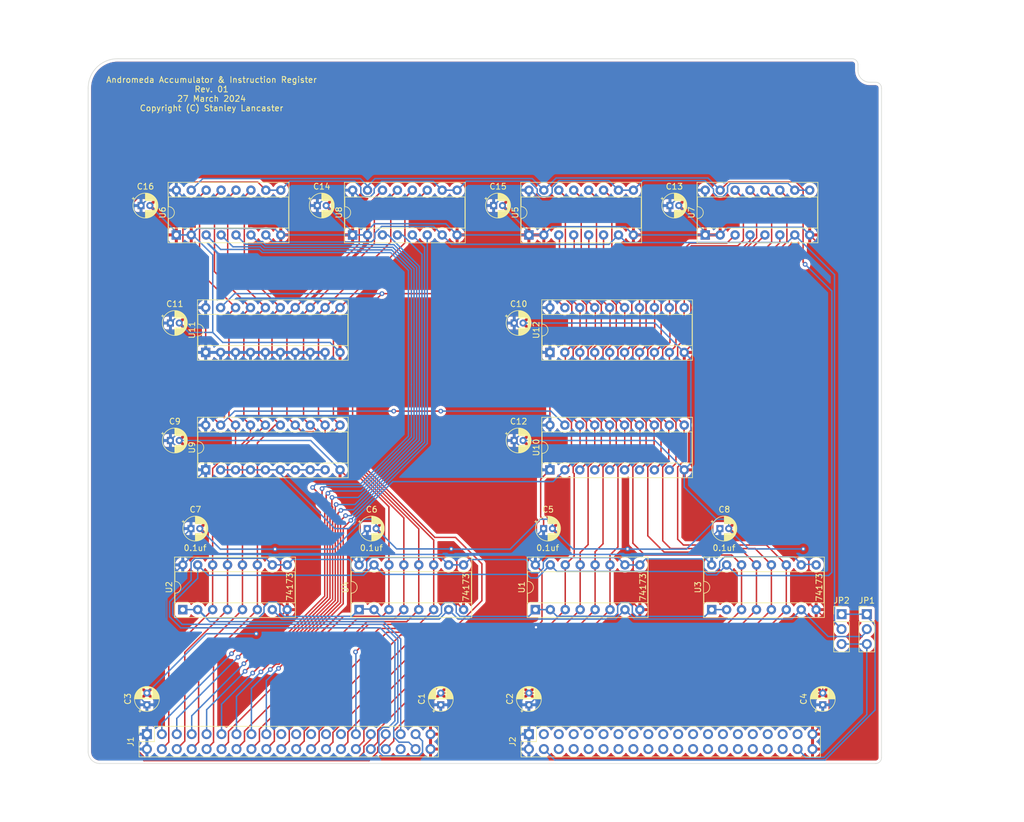
<source format=kicad_pcb>
(kicad_pcb (version 20211014) (generator pcbnew)
  (layers (0 "F.Cu" signal) (31 "B.Cu" signal) (34 "B.Paste" user) (35 "F.Paste" user) (36 "B.SilkS" user "B.Silkscreen") (37 "F.SilkS" user "F.Silkscreen") (38 "B.Mask" user) (39 "F.Mask" user) (44 "Edge.Cuts" user))
  (net 0 "")
  (net 1 "VCC")
  (net 2 "GND")
  (net 3 "/A17 (IR.INP.INV)")
  (net 4 "/A39 (D0)")
  (net 5 "/A16 (IR.OUT.SE.INV)")
  (net 6 "/A38 (D1)")
  (net 7 "/A15 (IR.OUT.OE.INV)")
  (net 8 "/A37 (D2)")
  (net 9 "/A9 (IR7)")
  (net 10 "/A36 (D3)")
  (net 11 "/A8 (IR6)")
  (net 12 "/A35 (D4)")
  (net 13 "/A7 (IR5)")
  (net 14 "/A34 (D5)")
  (net 15 "/A6 (IR4)")
  (net 16 "/A33 (D6)")
  (net 17 "/A5 (IR3)")
  (net 18 "/A32 (D7)")
  (net 19 "/A10")
  (net 20 "/A31 (D8)")
  (net 21 "/A11")
  (net 22 "/A30 (D9)")
  (net 23 "/A12")
  (net 24 "/A29 (D10)")
  (net 25 "/A13")
  (net 26 "/A28 (D11)")
  (net 27 "/A14")
  (net 28 "/A27 (D12)")
  (net 29 "/A4 (IR2)")
  (net 30 "/A26 (D13)")
  (net 31 "/A3 (IR1)")
  (net 32 "/A25 (D14)")
  (net 33 "/A2 (IR0)")
  (net 34 "/A24 (D15)")
  (net 35 "/A18 (ACC.OUT.INV)")
  (net 36 "/A23 (RST.INV)")
  (net 37 "/A19 (ACC.INP.INV)")
  (net 38 "/A22 (RST)")
  (net 39 "/B2")
  (net 40 "/B39 (CLK.INV)")
  (net 41 "/B3")
  (net 42 "/B38")
  (net 43 "/B4")
  (net 44 "/B37")
  (net 45 "/B5")
  (net 46 "/B36")
  (net 47 "/B6")
  (net 48 "/B35")
  (net 49 "/B7")
  (net 50 "/B34")
  (net 51 "/B8")
  (net 52 "/B33")
  (net 53 "/B9")
  (net 54 "/B32")
  (net 55 "/B10")
  (net 56 "/B31")
  (net 57 "/B11")
  (net 58 "/B30")
  (net 59 "/B12")
  (net 60 "/B29")
  (net 61 "/B13")
  (net 62 "/B28")
  (net 63 "/B14")
  (net 64 "/B27")
  (net 65 "/B15")
  (net 66 "/B26")
  (net 67 "/B16")
  (net 68 "/B25")
  (net 69 "/B17")
  (net 70 "/B24")
  (net 71 "/B18")
  (net 72 "/B23")
  (net 73 "/B19")
  (net 74 "/B22 (CLK)")
  (net 75 "/ACC.CLK")
  (net 76 "/IR.CLK")
  (net 77 "/IR8")
  (net 78 "/IR9")
  (net 79 "/IR10")
  (net 80 "/IR11")
  (net 81 "/IR12")
  (net 82 "/IR13")
  (net 83 "/IR14")
  (net 84 "/IR15")
  (footprint "Package_DIP:DIP-20_W7.62mm_Socket" (layer "F.Cu") (at 133.575 105 90)
    (fp_text reference "U10")
    (fp_text value "74LS245")
  )
  (footprint "Capacitor_THT:CP_Radial_D4.0mm_P2.00mm" (layer "F.Cu") (at 130 145 90)
    (fp_text reference "C2")
    (fp_text value "22uf")
  )
  (footprint "Package_DIP:DIP-16_W7.62mm_Socket" (layer "F.Cu") (at 71.1 128.8 90)
    (fp_text reference "U2")
    (fp_text value "74LS173")
  )
  (footprint "Package_DIP:DIP-16_W7.62mm_Socket" (layer "F.Cu") (at 101.1 128.8 90)
    (fp_text reference "U4")
    (fp_text value "74LS173")
  )
  (footprint "Package_DIP:DIP-16_W7.62mm_Socket" (layer "F.Cu") (at 160 65 90)
    (fp_text reference "U7")
    (fp_text value "74LS173")
  )
  (footprint "Package_DIP:DIP-16_W7.62mm_Socket" (layer "F.Cu") (at 70 65 90)
    (fp_text reference "U6")
    (fp_text value "74LS173")
  )
  (footprint "Package_DIP:DIP-16_W7.62mm_Socket" (layer "F.Cu") (at 130 65 90)
    (fp_text reference "U5")
    (fp_text value "74LS173")
  )
  (footprint "Package_DIP:DIP-20_W7.62mm_Socket" (layer "F.Cu") (at 133.575 85 90)
    (fp_text reference "U12")
    (fp_text value "74LS245")
  )
  (footprint "Capacitor_THT:CP_Radial_D4.0mm_P1.50mm" (layer "F.Cu") (at 94 60)
    (fp_text reference "C14")
    (fp_text value "0.1uf")
  )
  (footprint "Capacitor_THT:CP_Radial_D4.0mm_P1.50mm" (layer "F.Cu") (at 127.5 100)
    (fp_text reference "C12")
    (fp_text value "0.1uf")
  )
  (footprint "Package_DIP:DIP-16_W7.62mm_Socket" (layer "F.Cu") (at 100 65 90)
    (fp_text reference "U8")
    (fp_text value "74LS173")
  )
  (footprint "Capacitor_THT:CP_Radial_D4.0mm_P1.50mm" (layer "F.Cu") (at 154 60)
    (fp_text reference "C13")
    (fp_text value "0.1uf")
  )
  (footprint "Capacitor_THT:CP_Radial_D4.0mm_P1.50mm" (layer "F.Cu") (at 102.5 115)
    (fp_text reference "C6")
    (fp_text value "0.1uf")
  )
  (footprint "Package_DIP:DIP-16_W7.62mm_Socket" (layer "F.Cu") (at 161.1 128.8 90)
    (fp_text reference "U3")
    (fp_text value "74LS173")
  )
  (footprint "Capacitor_THT:CP_Radial_D4.0mm_P1.50mm" (layer "F.Cu") (at 72.5 115)
    (fp_text reference "C7")
    (fp_text value "0.1uf")
  )
  (footprint "Package_DIP:DIP-16_W7.62mm_Socket" (layer "F.Cu") (at 131.1 128.8 90)
    (fp_text reference "U1")
    (fp_text value "74LS173")
  )
  (footprint "Connector_PinSocket_2.54mm:PinSocket_2x20_P2.54mm_Vertical" (layer "F.Cu") (at 130 150 90)
    (fp_text reference "J2")
    (fp_text value "Conn_02x20_Odd_Even")
  )
  (footprint "Capacitor_THT:CP_Radial_D4.0mm_P1.50mm" (layer "F.Cu") (at 69 80)
    (fp_text reference "C11")
    (fp_text value "0.1uf")
  )
  (footprint "Capacitor_THT:CP_Radial_D4.0mm_P1.50mm" (layer "F.Cu") (at 127.5 80)
    (fp_text reference "C10")
    (fp_text value "0.1uf")
  )
  (footprint "Capacitor_THT:CP_Radial_D4.0mm_P1.50mm" (layer "F.Cu") (at 64 60)
    (fp_text reference "C16")
    (fp_text value "0.1uf")
  )
  (footprint "Package_DIP:DIP-20_W7.62mm_Socket" (layer "F.Cu") (at 75 105 90)
    (fp_text reference "U9")
    (fp_text value "74LS245")
  )
  (footprint "Capacitor_THT:CP_Radial_D4.0mm_P2.00mm" (layer "F.Cu") (at 65 145 90)
    (fp_text reference "C3")
    (fp_text value "22uf")
  )
  (footprint "Connector_PinHeader_2.54mm:PinHeader_1x03_P2.54mm_Vertical" (layer "F.Cu") (at 183.2 129.575)
    (fp_text reference "JP2")
    (fp_text value "Jumper_3_Open")
  )
  (footprint "Package_DIP:DIP-20_W7.62mm_Socket" (layer "F.Cu") (at 75 85 90)
    (fp_text reference "U11")
    (fp_text value "74LS245")
  )
  (footprint "Connector_PinSocket_2.54mm:PinSocket_2x20_P2.54mm_Vertical" (layer "F.Cu") (at 65 150 90)
    (fp_text reference "J1")
    (fp_text value "Conn_02x20_Odd_Even")
  )
  (footprint "Capacitor_THT:CP_Radial_D4.0mm_P1.50mm" (layer "F.Cu") (at 124 60)
    (fp_text reference "C15")
    (fp_text value "0.1uf")
  )
  (footprint "Capacitor_THT:CP_Radial_D4.0mm_P1.50mm" (layer "F.Cu") (at 69 100)
    (fp_text reference "C9")
    (fp_text value "0.1uf")
  )
  (footprint "Connector_PinHeader_2.54mm:PinHeader_1x03_P2.54mm_Vertical" (layer "F.Cu") (at 187.5 129.575)
    (fp_text reference "JP1")
    (fp_text value "Jumper_3_Open")
  )
  (footprint "Capacitor_THT:CP_Radial_D4.0mm_P1.50mm" (layer "F.Cu") (at 162.5 115)
    (fp_text reference "C8")
    (fp_text value "0.1uf")
  )
  (footprint "Capacitor_THT:CP_Radial_D4.0mm_P1.50mm" (layer "F.Cu") (at 132.5 115)
    (fp_text reference "C5")
    (fp_text value "0.1uf")
  )
  (footprint "Capacitor_THT:CP_Radial_D4.0mm_P2.00mm" (layer "F.Cu") (at 115 145 90)
    (fp_text reference "C1")
    (fp_text value "22uf")
  )
  (footprint "Capacitor_THT:CP_Radial_D4.0mm_P2.00mm" (layer "F.Cu") (at 180 145 90)
    (fp_text reference "C4")
    (fp_text value "22uf")
  )
  (gr_arc (start 55 40) (mid 56.464466 36.464466) (end 60 35) (layer "Edge.Cuts") (width 0.1))
  (gr_arc (start 185 35) (mid 185.707107 35.292893) (end 186 36) (layer "Edge.Cuts") (width 0.1))
  (gr_line (start 186 37) (end 186 36) (layer "Edge.Cuts") (width 0.1))
  (gr_arc (start 188 39) (mid 186.585786 38.414214) (end 186 37) (layer "Edge.Cuts") (width 0.1))
  (gr_line (start 188 39) (end 189 39) (layer "Edge.Cuts") (width 0.1))
  (gr_line (start 190 40) (end 190 154) (layer "Edge.Cuts") (width 0.1))
  (gr_line (start 55 153) (end 55 40) (layer "Edge.Cuts") (width 0.1))
  (gr_arc (start 189 39) (mid 189.707107 39.292893) (end 190 40) (layer "Edge.Cuts") (width 0.1))
  (gr_line (start 185 35) (end 60 35) (layer "Edge.Cuts") (width 0.1))
  (gr_line (start 57 155) (end 189 155) (layer "Edge.Cuts") (width 0.1))
  (gr_arc (start 190 154) (mid 189.707107 154.707107) (end 189 155) (layer "Edge.Cuts") (width 0.1))
  (gr_arc (start 57 155) (mid 55.585786 154.414214) (end 55 153) (layer "Edge.Cuts") (width 0.1))
  (gr_text "74173" (at 89.3 124.9 90) (layer "F.SilkS") (effects (font (size 1 1))))
  (gr_text "0.1uf" (at 133.2 118.3) (layer "F.SilkS") (effects (font (size 1 1))))
  (gr_text "74173" (at 119.3 125 90) (layer "F.SilkS") (effects (font (size 1 1))))
  (gr_text "74173" (at 149.4 125 90) (layer "F.SilkS") (effects (font (size 1 1))))
  (gr_text "Andromeda Accumulator & Instruction Register\nRev. 01\n27 March 2024\nCopyright (C) Stanley Lancaster\n" (at 76 41) (layer "F.SilkS") (effects (font (size 1 1))))
  (gr_text "0.1uf" (at 73.2 118.3) (layer "F.SilkS") (effects (font (size 1 1))))
  (gr_text "0.1uf" (at 103.2 118.3) (layer "F.SilkS") (effects (font (size 1 1))))
  (gr_text "74173" (at 179.4 125 90) (layer "F.SilkS") (effects (font (size 1 1))))
  (gr_text "0.1uf" (at 163.2 118.3) (layer "F.SilkS") (effects (font (size 1 1))))
  (segment (start 75 77.38) (end 75 85) (width 0.25) (layer "F.Cu") (net 1))
  (segment (start 75 77.38) (end 75 74.4) (width 0.25) (layer "F.Cu") (net 1))
  (segment (start 75 74.4) (end 71.124511 70.524511) (width 0.25) (layer "F.Cu") (net 1))
  (segment (start 130 152.54) (end 130 150) (width 0.25) (layer "F.Cu") (net 1))
  (segment (start 132 106.575) (end 132 113) (width 0.25) (layer "F.Cu") (net 1))
  (segment (start 71.124511 58.504511) (end 70 57.38) (width 0.25) (layer "F.Cu") (net 1))
  (segment (start 130 150) (end 130 145) (width 0.25) (layer "F.Cu") (net 1))
  (segment (start 133.575 105) (end 132 106.575) (width 0.25) (layer "F.Cu") (net 1))
  (segment (start 130 145) (end 180 145) (width 0.25) (layer "F.Cu") (net 1))
  (segment (start 132.224511 122.304511) (end 131.1 121.18) (width 0.25) (layer "F.Cu") (net 1))
  (segment (start 132 113) (end 132.5 113.5) (width 0.25) (layer "F.Cu") (net 1))
  (segment (start 133.575 97.38) (end 133.575 85) (width 0.25) (layer "F.Cu") (net 1))
  (segment (start 132.224511 130.775489) (end 132.224511 122.304511) (width 0.25) (layer "F.Cu") (net 1))
  (segment (start 131.2 131.8) (end 132.224511 130.775489) (width 0.25) (layer "F.Cu") (net 1))
  (segment (start 130 145) (end 115 145) (width 0.25) (layer "F.Cu") (net 1))
  (segment (start 71.124511 70.524511) (end 71.124511 58.504511) (width 0.25) (layer "F.Cu") (net 1))
  (segment (start 132.5 113.5) (end 132.5 115) (width 0.25) (layer "F.Cu") (net 1))
  (via (at 131.2 131.8) (size 0.8) (drill 0.4) (layers "F.Cu" "B.Cu") (net 1))
  (segment (start 82.62 85) (end 85.16 85) (width 0.25) (layer "B.Cu") (net 1))
  (segment (start 64 60) (end 66.62 57.38) (width 0.25) (layer "B.Cu") (net 1))
  (segment (start 131.1 121.18) (end 131.1 116.4) (width 0.25) (layer "B.Cu") (net 1))
  (segment (start 71.62 97.38) (end 75 97.38) (width 0.25) (layer "B.Cu") (net 1))
  (segment (start 65 150) (end 65 145) (width 0.25) (layer "B.Cu") (net 1))
  (segment (start 71.1 121.18) (end 68.4 123.88) (width 0.25) (layer "B.Cu") (net 1))
  (segment (start 69 80) (end 71.62 77.38) (width 0.25) (layer "B.Cu") (net 1))
  (segment (start 90.24 85) (end 92.78 85) (width 0.25) (layer "B.Cu") (net 1))
  (segment (start 71.1 121.18) (end 71.1 116.4) (width 0.25) (layer "B.Cu") (net 1))
  (segment (start 130.192543 97.307457) (end 133.502457 97.307457) (width 0.25) (layer "B.Cu") (net 1))
  (segment (start 69 100) (end 71.62 97.38) (width 0.25) (layer "B.Cu") (net 1))
  (segment (start 130 145) (end 131.2 143.8) (width 0.25) (layer "B.Cu") (net 1))
  (segment (start 130.313982 57.38) (end 132.933982 60) (width 0.25) (layer "B.Cu") (net 1))
  (segment (start 133.575 85) (end 132.5 85) (width 0.25) (layer "B.Cu") (net 1))
  (segment (start 85.16 85) (end 87.7 85) (width 0.25) (layer "B.Cu") (net 1))
  (segment (start 80.08 85) (end 82.62 85) (width 0.25) (layer "B.Cu") (net 1))
  (segment (start 96.62 57.38) (end 100 57.38) (width 0.25) (layer "B.Cu") (net 1))
  (segment (start 102.88 119.4) (end 129.3 119.4) (width 0.25) (layer "B.Cu") (net 1))
  (segment (start 99.32 119.4) (end 101.1 121.18) (width 0.25) (layer "B.Cu") (net 1))
  (segment (start 77.54 85) (end 80.08 85) (width 0.25) (layer "B.Cu") (net 1))
  (segment (start 102.62 60) (end 124 60) (width 0.25) (layer "B.Cu") (net 1))
  (segment (start 92.78 85) (end 95.32 85) (width 0.25) (layer "B.Cu") (net 1))
  (segment (start 71.62 77.38) (end 75 77.38) (width 0.25) (layer "B.Cu") (net 1))
  (segment (start 131.1 116.4) (end 132.5 115) (width 0.25) (layer "B.Cu") (net 1))
  (segment (start 127.5 100) (end 130.192543 97.307457) (width 0.25) (layer "B.Cu") (net 1))
  (segment (start 72.62 60) (end 94 60) (width 0.25) (layer "B.Cu") (net 1))
  (segment (start 101.1 116.4) (end 102.5 115) (width 0.25) (layer "B.Cu") (net 1))
  (segment (start 71.1 121.18) (end 72.88 119.4) (width 0.25) (layer "B.Cu") (net 1))
  (segment (start 63.6 143.6) (end 65 145) (width 0.25) (layer "B.Cu") (net 1))
  (segment (start 87.7 85) (end 90.24 85) (width 0.25) (layer "B.Cu") (net 1))
  (segment (start 63.6 142.3) (end 63.6 143.6) (width 0.25) (layer "B.Cu") (net 1))
  (segment (start 131.2 143.8) (end 131.2 131.8) (width 0.25) (layer "B.Cu") (net 1))
  (segment (start 132.933982 60) (end 154 60) (width 0.25) (layer "B.Cu") (net 1))
  (segment (start 75 85) (end 77.54 85) (width 0.25) (layer "B.Cu") (net 1))
  (segment (start 127.5 80) (end 130.12 77.38) (width 0.25) (layer "B.Cu") (net 1))
  (segment (start 156.62 57.38) (end 160 57.38) (width 0.25) (layer "B.Cu") (net 1))
  (segment (start 68.4 123.88) (end 68.4 137.5) (width 0.25) (layer "B.Cu") (net 1))
  (segment (start 68.4 137.5) (end 63.6 142.3) (width 0.25) (layer "B.Cu") (net 1))
  (segment (start 100 57.38) (end 102.62 60) (width 0.25) (layer "B.Cu") (net 1))
  (segment (start 132.88 119.4) (end 159.32 119.4) (width 0.25) (layer "B.Cu") (net 1))
  (segment (start 66.62 57.38) (end 70 57.38) (width 0.25) (layer "B.Cu") (net 1))
  (segment (start 132.5 105) (end 127.5 100) (width 0.25) (layer "B.Cu") (net 1))
  (segment (start 72.88 119.4) (end 99.32 119.4) (width 0.25) (layer "B.Cu") (net 1))
  (segment (start 126.62 57.38) (end 130 57.38) (width 0.25) (layer "B.Cu") (net 1))
  (segment (start 161.1 121.18) (end 161.1 116.4) (width 0.25) (layer "B.Cu") (net 1))
  (segment (start 74 105) (end 75 105) (width 0.25) (layer "B.Cu") (net 1))
  (segment (start 72.5 107.5) (end 75 105) (width 0.25) (layer "B.Cu") (net 1))
  (segment (start 70 57.38) (end 72.62 60) (width 0.25) (layer "B.Cu") (net 1))
  (segment (start 65 152.54) (end 65 150) (width 0.25) (layer "B.Cu") (net 1))
  (segment (start 130 57.38) (end 130.313982 57.38) (width 0.25) (layer "B.Cu") (net 1))
  (segment (start 131.1 121.18) (end 132.88 119.4) (width 0.25) (layer "B.Cu") (net 1))
  (segment (start 94 60) (end 96.62 57.38) (width 0.25) (layer "B.Cu") (net 1))
  (segment (start 132.5 85) (end 127.5 80) (width 0.25) (layer "B.Cu") (net 1))
  (segment (start 129.3 119.4) (end 131.08 121.18) (width 0.25) (layer "B.Cu") (net 1))
  (segment (start 133.575 105) (end 132.5 105) (width 0.25) (layer "B.Cu") (net 1))
  (segment (start 159.32 119.4) (end 161.1 121.18) (width 0.25) (layer "B.Cu") (net 1))
  (segment (start 124 60) (end 126.62 57.38) (width 0.25) (layer "B.Cu") (net 1))
  (segment (start 133.502457 97.307457) (end 133.575 97.38) (width 0.25) (layer "B.Cu") (net 1))
  (segment (start 72.5 115) (end 72.5 107.5) (width 0.25) (layer "B.Cu") (net 1))
  (segment (start 75 97.38) (end 75 85) (width 0.25) (layer "B.Cu") (net 1))
  (segment (start 161.1 116.4) (end 162.5 115) (width 0.25) (layer "B.Cu") (net 1))
  (segment (start 130.12 77.38) (end 133.575 77.38) (width 0.25) (layer "B.Cu") (net 1))
  (segment (start 131.08 121.18) (end 131.1 121.18) (width 0.25) (layer "B.Cu") (net 1))
  (segment (start 69 100) (end 74 105) (width 0.25) (layer "B.Cu") (net 1))
  (segment (start 154 60) (end 156.62 57.38) (width 0.25) (layer "B.Cu") (net 1))
  (segment (start 101.1 121.18) (end 102.88 119.4) (width 0.25) (layer "B.Cu") (net 1))
  (segment (start 71.1 116.4) (end 72.5 115) (width 0.25) (layer "B.Cu") (net 1))
  (segment (start 101.1 121.18) (end 101.1 116.4) (width 0.25) (layer "B.Cu") (net 1))
  (segment (start 113.26 150) (end 113.26 144.74) (width 0.25) (layer "F.Cu") (net 2))
  (segment (start 147.737744 119.417744) (end 146.782255 118.462255) (width 0.25) (layer "F.Cu") (net 2))
  (segment (start 97.86 105) (end 104 111.14) (width 0.25) (layer "F.Cu") (net 2))
  (segment (start 178.26 150) (end 181.1 147.16) (width 0.25) (layer "F.Cu") (net 2))
  (segment (start 156.435 85) (end 157.559511 83.875489) (width 0.25) (layer "F.Cu") (net 2))
  (segment (start 157.559511 83.875489) (end 157.559511 71.440489) (width 0.25) (layer "F.Cu") (net 2))
  (segment (start 179 71) (end 179 66.22) (width 0.25) (layer "F.Cu") (net 2))
  (segment (start 148.862255 128.762255) (end 147.737744 127.637744) (width 0.25) (layer "F.Cu") (net 2))
  (segment (start 177.637744 127.637744) (end 177.637744 119.417744) (width 0.25) (layer "F.Cu") (net 2))
  (segment (start 147.737744 127.637744) (end 147.737744 119.417744) (width 0.25) (layer "F.Cu") (net 2))
  (segment (start 159 70) (end 174 70) (width 0.25) (layer "F.Cu") (net 2))
  (segment (start 87.755489 127.675489) (end 87.755489 119.455489) (width 0.25) (layer "F.Cu") (net 2))
  (segment (start 157.559511 71.440489) (end 159 70) (width 0.25) (layer "F.Cu") (net 2))
  (segment (start 88.88 128.8) (end 87.755489 127.675489) (width 0.25) (layer "F.Cu") (net 2))
  (segment (start 117.737744 119.417744) (end 116.782255 118.462255) (width 0.25) (layer "F.Cu") (net 2))
  (segment (start 180 129.92) (end 180 143) (width 0.25) (layer "F.Cu") (net 2))
  (segment (start 181.1 147.16) (end 181.1 143.8) (width 0.25) (layer "F.Cu") (net 2))
  (segment (start 178.26 152.54) (end 178.26 150) (width 0.25) (layer "F.Cu") (net 2))
  (segment (start 83.6 132.9) (end 84.78 132.9) (width 0.25) (layer "F.Cu") (net 2))
  (segment (start 174 70) (end 176 72) (width 0.25) (layer "F.Cu") (net 2))
  (segment (start 115 143) (end 130 143) (width 0.25) (layer "F.Cu") (net 2))
  (segment (start 130 143) (end 180 143) (width 0.25) (layer "F.Cu") (net 2))
  (segment (start 118.862255 128.762255) (end 117.737744 127.637744) (width 0.25) (layer "F.Cu") (net 2))
  (segment (start 84.78 132.9) (end 88.88 128.8) (width 0.25) (layer "F.Cu") (net 2))
  (segment (start 181.1 143.8) (end 180.3 143) (width 0.25) (layer "F.Cu") (net 2))
  (segment (start 113.26 150) (end 113.26 152.54) (width 0.25) (layer "F.Cu") (net 2))
  (segment (start 176 72) (end 178 72) (width 0.25) (layer "F.Cu") (net 2))
  (segment (start 179 66.22) (end 177.78 65) (width 0.25) (layer "F.Cu") (net 2))
  (segment (start 178.762255 128.762255) (end 177.637744 127.637744) (width 0.25) (layer "F.Cu") (net 2))
  (segment (start 87.755489 119.455489) (end 86.8 118.5) (width 0.25) (layer "F.Cu") (net 2))
  (segment (start 177.637744 119.417744) (end 176.682255 118.462255) (width 0.25) (layer "F.Cu") (net 2))
  (segment (start 104 111.14) (end 104 115) (width 0.25) (layer "F.Cu") (net 2))
  (segment (start 117.737744 127.637744) (end 117.737744 119.417744) (width 0.25) (layer "F.Cu") (net 2))
  (segment (start 113.26 144.74) (end 115 143) (width 0.25) (layer "F.Cu") (net 2))
  (segment (start 178 72) (end 179 71) (width 0.25) (layer "F.Cu") (net 2))
  (segment (start 178.88 128.8) (end 180 129.92) (width 0.25) (layer "F.Cu") (net 2))
  (segment (start 180.3 143) (end 180 143) (width 0.25) (layer "F.Cu") (net 2))
  (via (at 146.782255 118.462255) (size 0.8) (drill 0.4) (layers "F.Cu" "B.Cu") (net 2))
  (via (at 176.682255 118.462255) (size 0.8) (drill 0.4) (layers "F.Cu" "B.Cu") (net 2))
  (via (at 86.8 118.5) (size 0.8) (drill 0.4) (layers "F.Cu" "B.Cu") (net 2))
  (via (at 83.6 132.9) (size 0.8) (drill 0.4) (layers "F.Cu" "B.Cu") (net 2))
  (via (at 116.782255 118.462255) (size 0.8) (drill 0.4) (layers "F.Cu" "B.Cu") (net 2))
  (segment (start 100 64.5) (end 100 65) (width 0.25) (layer "B.Cu") (net 2))
  (segment (start 77.5 118.5) (end 74 115) (width 0.25) (layer "B.Cu") (net 2))
  (segment (start 157.559511 103.875489) (end 157.559511 86.124511) (width 0.25) (layer "B.Cu") (net 2))
  (segment (start 103.6 113.4) (end 104 113.8) (width 0.25) (layer "B.Cu") (net 2))
  (segment (start 104 113.8) (end 104 115) (width 0.25) (layer "B.Cu") (net 2))
  (segment (start 102.54 64.26) (end 103.7 63.1) (width 0.25) (layer "B.Cu") (net 2))
  (segment (start 107.482255 118.462255) (end 103.982255 114.962255) (width 0.25) (layer "B.Cu") (net 2))
  (segment (start 147.78 65) (end 160 65) (width 0.25) (layer "B.Cu") (net 2))
  (segment (start 76.2 68.4) (end 72.8 65) (width 0.25) (layer "B.Cu") (net 2))
  (segment (start 129 80) (end 151.435 80) (width 0.25) (layer "B.Cu") (net 2))
  (segment (start 133.6 113.4) (end 134 113.8) (width 0.25) (layer "B.Cu") (net 2))
  (segment (start 103.7 63.1) (end 115.88 63.1) (width 0.25) (layer "B.Cu") (net 2))
  (segment (start 146.38 63.6) (end 147.78 65) (width 0.25) (layer "B.Cu") (net 2))
  (segment (start 164 113.8) (end 164 115) (width 0.25) (layer "B.Cu") (net 2))
  (segment (start 70.5 100) (end 92.86 100) (width 0.25) (layer "B.Cu") (net 2))
  (segment (start 96.8 118.5) (end 101.9 113.4) (width 0.25) (layer "B.Cu") (net 2))
  (segment (start 161.9 113.4) (end 163.6 113.4) (width 0.25) (layer "B.Cu") (net 2))
  (segment (start 101.9 113.4) (end 103.6 113.4) (width 0.25) (layer "B.Cu") (net 2))
  (segment (start 157.559511 86.124511) (end 156.435 85) (width 0.25) (layer "B.Cu") (net 2))
  (segment (start 76.2 81.6) (end 72.1 81.6) (width 0.25) (layer "B.Cu") (net 2))
  (segment (start 160 65) (end 162.54 65) (width 0.25) (layer "B.Cu") (net 2))
  (segment (start 86.655489 63.875489) (end 87.78 65) (width 0.25) (layer "B.Cu") (net 2))
  (segment (start 86.8 118.5) (end 77.5 118.5) (width 0.25) (layer "B.Cu") (net 2))
  (segment (start 75.1 132.9) (end 83.6 132.9) (width 0.25) (layer "B.Cu") (net 2))
  (segment (start 65.5 60) (end 70 64.5) (width 0.25) (layer "B.Cu") (net 2))
  (segment (start 167.382255 118.462255) (end 163.882255 114.962255) (width 0.25) (layer "B.Cu") (net 2))
  (segment (start 72.8 65) (end 72.54 65) (width 0.25) (layer "B.Cu") (net 2))
  (segment (start 155.5 60) (end 160 64.5) (width 0.25) (layer "B.Cu") (net 2))
  (segment (start 133.94 63.6) (end 146.38 63.6) (width 0.25) (layer "B.Cu") (net 2))
  (segment (start 86.8 118.5) (end 96.8 118.5) (width 0.25) (layer "B.Cu") (net 2))
  (segment (start 70 64.5) (end 70 65) (width 0.25) (layer "B.Cu") (net 2))
  (segment (start 151.435 80) (end 156.435 85) (width 0.25) (layer "B.Cu") (net 2))
  (segment (start 116.782255 118.462255) (end 107.482255 118.462255) (width 0.25) (layer "B.Cu") (net 2))
  (segment (start 116.8 118.5) (end 126.8 118.5) (width 0.25) (layer "B.Cu") (net 2))
  (segment (start 97.86 85) (end 96.16 83.3) (width 0.25) (layer "B.Cu") (net 2))
  (segment (start 92.86 100) (end 97.86 105) (width 0.25) (layer "B.Cu") (net 2))
  (segment (start 151.435 100) (end 156.435 105) (width 0.25) (layer "B.Cu") (net 2))
  (segment (start 72.54 65) (end 73.664511 63.875489) (width 0.25) (layer "B.Cu") (net 2))
  (segment (start 134 113.8) (end 134 115) (width 0.25) (layer "B.Cu") (net 2))
  (segment (start 146.8 118.5) (end 156.8 118.5) (width 0.25) (layer "B.Cu") (net 2))
  (segment (start 176.48 63.7) (end 177.78 65) (width 0.25) (layer "B.Cu") (net 2))
  (segment (start 131.9 113.4) (end 133.6 113.4) (width 0.25) (layer "B.Cu") (net 2))
  (segment (start 146.782255 118.462255) (end 137.482255 118.462255) (width 0.25) (layer "B.Cu") (net 2))
  (segment (start 160 64.5) (end 160 65) (width 0.25) (layer "B.Cu") (net 2))
  (segment (start 102.54 65) (end 102.54 64.26) (width 0.25) (layer "B.Cu") (net 2))
  (segment (start 137.482255 118.462255) (end 133.982255 114.962255) (width 0.25) (layer "B.Cu") (net 2))
  (segment (start 161.9 113.4) (end 156.435 107.935) (width 0.25) (layer "B.Cu") (net 2))
  (segment (start 132.54 65) (end 133.94 63.6) (width 0.25) (layer "B.Cu") (net 2))
  (segment (start 156.8 118.5) (end 161.9 113.4) (width 0.25) (layer "B.Cu") (net 2))
  (segment (start 76.2 81.6) (end 76.2 68.4) (width 0.25) (layer "B.Cu") (net 2))
  (segment (start 125.5 60) (end 130 64.5) (width 0.25) (layer "B.Cu") (net 2))
  (segment (start 73.664511 63.875489) (end 86.655489 63.875489) (width 0.25) (layer "B.Cu") (net 2))
  (segment (start 70 65) (end 72.54 65) (width 0.25) (layer "B.Cu") (net 2))
  (segment (start 65 143) (end 75.1 132.9) (width 0.25) (layer "B.Cu") (net 2))
  (segment (start 96.16 83.3) (end 77.9 83.3) (width 0.25) (layer "B.Cu") (net 2))
  (segment (start 95.5 60) (end 100 64.5) (width 0.25) (layer "B.Cu") (net 2))
  (segment (start 72.1 81.6) (end 70.5 80) (width 0.25) (layer "B.Cu") (net 2))
  (segment (start 100 65) (end 87.78 65) (width 0.25) (layer "B.Cu") (net 2))
  (segment (start 163.84 63.7) (end 176.48 63.7) (width 0.25) (layer "B.Cu") (net 2))
  (segment (start 130 65) (end 132.54 65) (width 0.25) (layer "B.Cu") (net 2))
  (segment (start 77.9 83.3) (end 76.2 81.6) (width 0.25) (layer "B.Cu") (net 2))
  (segment (start 156.435 105) (end 157.559511 103.875489) (width 0.25) (layer "B.Cu") (net 2))
  (segment (start 162.54 65) (end 163.84 63.7) (width 0.25) (layer "B.Cu") (net 2))
  (segment (start 126.8 118.5) (end 131.9 113.4) (width 0.25) (layer "B.Cu") (net 2))
  (segment (start 117.78 65) (end 130 65) (width 0.25) (layer "B.Cu") (net 2))
  (segment (start 176.682255 118.462255) (end 167.382255 118.462255) (width 0.25) (layer "B.Cu") (net 2))
  (segment (start 130 64.5) (end 130 65) (width 0.25) (layer "B.Cu") (net 2))
  (segment (start 129 100) (end 151.435 100) (width 0.25) (layer "B.Cu") (net 2))
  (segment (start 102.54 65) (end 100 65) (width 0.25) (layer "B.Cu") (net 2))
  (segment (start 163.6 113.4) (end 164 113.8) (width 0.25) (layer "B.Cu") (net 2))
  (segment (start 156.435 107.935) (end 156.435 105) (width 0.25) (layer "B.Cu") (net 2))
  (segment (start 115.88 63.1) (end 117.78 65) (width 0.25) (layer "B.Cu") (net 2))
  (segment (start 104.274511 152.244479) (end 104.274511 153.026499) (width 0.25) (layer "F.Cu") (net 3))
  (segment (start 83.86 56) (end 85.24 57.38) (width 0.25) (layer "F.Cu") (net 3))
  (segment (start 102.80101 154.5) (end 64.5 154.5) (width 0.25) (layer "F.Cu") (net 3))
  (segment (start 62 152) (end 62 60.150978) (width 0.25) (layer "F.Cu") (net 3))
  (segment (start 66.150978 56) (end 83.86 56) (width 0.25) (layer "F.Cu") (net 3))
  (segment (start 105.64 150.87899) (end 104.274511 152.244479) (width 0.25) (layer "F.Cu") (net 3))
  (segment (start 62 60.150978) (end 66.150978 56) (width 0.25) (layer "F.Cu") (net 3))
  (segment (start 64.5 154.5) (end 62 152) (width 0.25) (layer "F.Cu") (net 3))
  (segment (start 104.274511 153.026499) (end 102.80101 154.5) (width 0.25) (layer "F.Cu") (net 3))
  (segment (start 105.64 150) (end 105.64 150.87899) (width 0.25) (layer "F.Cu") (net 3))
  (segment (start 159.95982 55.74952) (end 161.415489 57.205189) (width 0.25) (layer "B.Cu") (net 3))
  (segment (start 147.78 57.38) (end 149.41048 55.74952) (width 0.25) (layer "B.Cu") (net 3))
  (segment (start 117.82 57.38) (end 119.35048 55.84952) (width 0.25) (layer "B.Cu") (net 3))
  (segment (start 85.24 57.38) (end 87.78 57.38) (width 0.25) (layer "B.Cu") (net 3))
  (segment (start 130.05982 55.84952) (end 131.415489 57.205189) (width 0.25) (layer "B.Cu") (net 3))
  (segment (start 162.074211 58.504511) (end 163.005789 58.504511) (width 0.25) (layer "B.Cu") (net 3))
  (segment (start 103.664511 57.845789) (end 103.664511 57.135489) (width 0.25) (layer "B.Cu") (net 3))
  (segment (start 131.415489 57.845789) (end 132.074211 58.504511) (width 0.25) (layer "B.Cu") (net 3))
  (segment (start 104.95048 55.84952) (end 113.70952 55.84952) (width 0.25) (layer "B.Cu") (net 3))
  (segment (start 145.24 57.38) (end 147.78 57.38) (width 0.25) (layer "B.Cu") (net 3))
  (segment (start 103.005789 58.504511) (end 103.664511 57.845789) (width 0.25) (layer "B.Cu") (net 3))
  (segment (start 163.005789 58.504511) (end 163.8 57.7103) (width 0.25) (layer "B.Cu") (net 3))
  (segment (start 103.664511 57.135489) (end 104.95048 55.84952) (width 0.25) (layer "B.Cu") (net 3))
  (segment (start 89.31048 55.84952) (end 100.350798 55.84952) (width 0.25) (layer "B.Cu") (net 3))
  (segment (start 101.4 56.898722) (end 101.4 57.9) (width 0.25) (layer "B.Cu") (net 3))
  (segment (start 102.004511 58.504511) (end 103.005789 58.504511) (width 0.25) (layer "B.Cu") (net 3))
  (segment (start 119.35048 55.84952) (end 130.05982 55.84952) (width 0.25) (layer "B.Cu") (net 3))
  (segment (start 177.78 57.38) (end 175.24 57.38) (width 0.25) (layer "B.Cu") (net 3))
  (segment (start 161.415489 57.205189) (end 161.415489 57.845789) (width 0.25) (layer "B.Cu") (net 3))
  (segment (start 133.955489 57.844511) (end 133.955489 56.914211) (width 0.25) (layer "B.Cu") (net 3))
  (segment (start 149.41048 55.74952) (end 159.95982 55.74952) (width 0.25) (layer "B.Cu") (net 3))
  (segment (start 115.24 57.38) (end 117.78 57.38) (width 0.25) (layer "B.Cu") (net 3))
  (segment (start 163.8 57.7103) (end 163.8 56.7) (width 0.25) (layer "B.Cu") (net 3))
  (segment (start 87.78 57.38) (end 89.31048 55.84952) (width 0.25) (layer "B.Cu") (net 3))
  (segment (start 161.415489 57.845789) (end 162.074211 58.504511) (width 0.25) (layer "B.Cu") (net 3))
  (segment (start 135.12018 55.74952) (end 143.60952 55.74952) (width 0.25) (layer "B.Cu") (net 3))
  (segment (start 132.074211 58.504511) (end 133.295489 58.504511) (width 0.25) (layer "B.Cu") (net 3))
  (segment (start 117.78 57.38) (end 117.82 57.38) (width 0.25) (layer "B.Cu") (net 3))
  (segment (start 113.70952 55.84952) (end 115.24 57.38) (width 0.25) (layer "B.Cu") (net 3))
  (segment (start 174.06 56.2) (end 175.24 57.38) (width 0.25) (layer "B.Cu") (net 3))
  (segment (start 164.3 56.2) (end 174.06 56.2) (width 0.25) (layer "B.Cu") (net 3))
  (segment (start 163.8 56.7) (end 164.3 56.2) (width 0.25) (layer "B.Cu") (net 3))
  (segment (start 101.4 57.9) (end 102.004511 58.504511) (width 0.25) (layer "B.Cu") (net 3))
  (segment (start 133.955489 56.914211) (end 135.12018 55.74952) (width 0.25) (layer "B.Cu") (net 3))
  (segment (start 131.415489 57.205189) (end 131.415489 57.845789) (width 0.25) (layer "B.Cu") (net 3))
  (segment (start 100.350798 55.84952) (end 101.4 56.898722) (width 0.25) (layer "B.Cu") (net 3))
  (segment (start 133.295489 58.504511) (end 133.955489 57.844511) (width 0.25) (layer "B.Cu") (net 3))
  (segment (start 143.60952 55.74952) (end 145.24 57.38) (width 0.25) (layer "B.Cu") (net 3))
  (segment (start 76.18 128.8) (end 76.18 121.18) (width 0.25) (layer "F.Cu") (net 4))
  (segment (start 78.955489 96.255489) (end 78.955489 78.504511) (width 0.25) (layer "F.Cu") (net 4))
  (segment (start 80.08 77.38) (end 73.955489 71.255489) (width 0.25) (layer "F.Cu") (net 4))
  (segment (start 80.08 100.8697) (end 80.08 97.38) (width 0.25) (layer "F.Cu") (net 4))
  (segment (start 73.955489 71.255489) (end 73.955489 58.504511) (width 0.25) (layer "F.Cu") (net 4))
  (segment (start 73.955489 58.504511) (end 75.08 57.38) (width 0.25) (layer "F.Cu") (net 4))
  (segment (start 80.08 97.38) (end 78.955489 96.255489) (width 0.25) (layer "F.Cu") (net 4))
  (segment (start 68.714511 136.265489) (end 76.18 128.8) (width 0.25) (layer "F.Cu") (net 4))
  (segment (start 76.18 121.18) (end 76.18 104.7697) (width 0.25) (layer "F.Cu") (net 4))
  (segment (start 78.955489 78.504511) (end 80.08 77.38) (width 0.25) (layer "F.Cu") (net 4))
  (segment (start 67.54 152.54) (end 68.714511 151.365489) (width 0.25) (layer "F.Cu") (net 4))
  (segment (start 68.714511 151.365489) (end 68.714511 136.265489) (width 0.25) (layer "F.Cu") (net 4))
  (segment (start 76.18 104.7697) (end 80.08 100.8697) (width 0.25) (layer "F.Cu") (net 4))
  (segment (start 101.925489 153.074511) (end 101 154) (width 0.25) (layer "F.Cu") (net 5))
  (segment (start 101.925489 152.053501) (end 101.925489 153.074511) (width 0.25) (layer "F.Cu") (net 5))
  (segment (start 103.1 150.87899) (end 101.925489 152.053501) (width 0.25) (layer "F.Cu") (net 5))
  (segment (start 66 95.5) (end 75.66 95.5) (width 0.25) (layer "F.Cu") (net 5))
  (segment (start 101 154) (end 64.635718 154) (width 0.25) (layer "F.Cu") (net 5))
  (segment (start 75.66 95.5) (end 77.54 97.38) (width 0.25) (layer "F.Cu") (net 5))
  (segment (start 62.44952 99.05048) (end 66 95.5) (width 0.25) (layer "F.Cu") (net 5))
  (segment (start 64.635718 154) (end 62.44952 151.813802) (width 0.25) (layer "F.Cu") (net 5))
  (segment (start 62.44952 151.813802) (end 62.44952 99.05048) (width 0.25) (layer "F.Cu") (net 5))
  (segment (start 103.1 150) (end 103.1 150.87899) (width 0.25) (layer "F.Cu") (net 5))
  (segment (start 107 95) (end 115 95) (width 0.25) (layer "F.Cu") (net 5))
  (via (at 115 95) (size 0.8) (drill 0.4) (layers "F.Cu" "B.Cu") (net 5))
  (via (at 107 95) (size 0.8) (drill 0.4) (layers "F.Cu" "B.Cu") (net 5))
  (segment (start 79.92 95) (end 107 95) (width 0.25) (layer "B.Cu") (net 5))
  (segment (start 77.54 97.38) (end 79.92 95) (width 0.25) (layer "B.Cu") (net 5))
  (segment (start 136.115 97.38) (end 133.735 95) (width 0.25) (layer "B.Cu") (net 5))
  (segment (start 133.735 95) (end 115 95) (width 0.25) (layer "B.Cu") (net 5))
  (segment (start 78.72 121.18) (end 78.72 103.08) (width 0.25) (layer "F.Cu") (net 6))
  (segment (start 82.62 99.18) (end 82.62 97.38) (width 0.25) (layer "F.Cu") (net 6))
  (segment (start 76.495489 71.255489) (end 76.495489 58.504511) (width 0.25) (layer "F.Cu") (net 6))
  (segment (start 76.495489 58.504511) (end 77.62 57.38) (width 0.25) (layer "F.Cu") (net 6))
  (segment (start 71.445489 151.174511) (end 71.445489 136.074511) (width 0.25) (layer "F.Cu") (net 6))
  (segment (start 82.62 97.38) (end 81.495489 96.255489) (width 0.25) (layer "F.Cu") (net 6))
  (segment (start 81.495489 78.504511) (end 82.62 77.38) (width 0.25) (layer "F.Cu") (net 6))
  (segment (start 82.62 77.38) (end 76.495489 71.255489) (width 0.25) (layer "F.Cu") (net 6))
  (segment (start 70.08 152.54) (end 71.445489 151.174511) (width 0.25) (layer "F.Cu") (net 6))
  (segment (start 71.445489 136.074511) (end 78.72 128.8) (width 0.25) (layer "F.Cu") (net 6))
  (segment (start 81.495489 96.255489) (end 81.495489 78.504511) (width 0.25) (layer "F.Cu") (net 6))
  (segment (start 78.72 128.8) (end 78.72 121.18) (width 0.25) (layer "F.Cu") (net 6))
  (segment (start 78.72 103.08) (end 82.62 99.18) (width 0.25) (layer "F.Cu") (net 6))
  (segment (start 117.2703 132) (end 122 127.2703) (width 0.25) (layer "F.Cu") (net 7))
  (segment (start 117.5 116.5) (end 114 116.5) (width 0.25) (layer "F.Cu") (net 7))
  (segment (start 136.115 77.38) (end 133.735 75) (width 0.25) (layer "F.Cu") (net 7))
  (segment (start 100.5 136) (end 104.5 132) (width 0.25) (layer "F.Cu") (net 7))
  (segment (start 100 102.5) (end 100 80) (width 0.25) (layer "F.Cu") (net 7))
  (segment (start 100 80) (end 105 75) (width 0.25) (layer "F.Cu") (net 7))
  (segment (start 122 121) (end 117.5 116.5) (width 0.25) (layer "F.Cu") (net 7))
  (segment (start 122 127.2703) (end 122 121) (width 0.25) (layer "F.Cu") (net 7))
  (segment (start 133.735 75) (end 105 75) (width 0.25) (layer "F.Cu") (net 7))
  (segment (start 104.5 132) (end 117.2703 132) (width 0.25) (layer "F.Cu") (net 7))
  (segment (start 114 116.5) (end 100 102.5) (width 0.25) (layer "F.Cu") (net 7))
  (via (at 100.5 136) (size 0.8) (drill 0.4) (layers "F.Cu" "B.Cu") (net 7))
  (via (at 105 75) (size 0.8) (drill 0.4) (layers "F.Cu" "B.Cu") (net 7))
  (segment (start 79.92 75) (end 77.54 77.38) (width 0.25) (layer "B.Cu") (net 7))
  (segment (start 100.56 136.06) (end 100.56 150) (width 0.25) (layer "B.Cu") (net 7))
  (segment (start 105 75) (end 79.92 75) (width 0.25) (layer "B.Cu") (net 7))
  (segment (start 100.5 136) (end 100.56 136.06) (width 0.25) (layer "B.Cu") (net 7))
  (segment (start 72.62 152.54) (end 73.794511 151.365489) (width 0.25) (layer "F.Cu") (net 8))
  (segment (start 81.26 101.28) (end 85.16 97.38) (width 0.25) (layer "F.Cu") (net 8))
  (segment (start 78.744511 58.795489) (end 80.16 57.38) (width 0.25) (layer "F.Cu") (net 8))
  (segment (start 81.26 121.18) (end 81.26 101.28) (width 0.25) (layer "F.Cu") (net 8))
  (segment (start 84.035489 78.504511) (end 85.16 77.38) (width 0.25) (layer "F.Cu") (net 8))
  (segment (start 73.794511 151.365489) (end 73.794511 136.265489) (width 0.25) (layer "F.Cu") (net 8))
  (segment (start 85.16 77.38) (end 78.744511 70.964511) (width 0.25) (layer "F.Cu") (net 8))
  (segment (start 81.26 128.8) (end 81.26 121.18) (width 0.25) (layer "F.Cu") (net 8))
  (segment (start 84.035489 96.255489) (end 84.035489 78.504511) (width 0.25) (layer "F.Cu") (net 8))
  (segment (start 73.794511 136.265489) (end 81.26 128.8) (width 0.25) (layer "F.Cu") (net 8))
  (segment (start 78.744511 70.964511) (end 78.744511 58.795489) (width 0.25) (layer "F.Cu") (net 8))
  (segment (start 85.16 97.38) (end 84.035489 96.255489) (width 0.25) (layer "F.Cu") (net 8))
  (segment (start 99.7 113.6) (end 98.4 114.9) (width 0.25) (layer "F.Cu") (net 9))
  (segment (start 98.4 114.9) (end 98.4 127.8) (width 0.25) (layer "F.Cu") (net 9))
  (segment (start 98.4 127.8) (end 87.4 138.8) (width 0.25) (layer "F.Cu") (net 9))
  (via (at 87.4 138.8) (size 0.8) (drill 0.4) (layers "F.Cu" "B.Cu") (net 9))
  (via (at 99.7 113.6) (size 0.8) (drill 0.4) (layers "F.Cu" "B.Cu") (net 9))
  (segment (start 85.32 150) (end 85.32 140.88) (width 0.25) (layer "B.Cu") (net 9))
  (segment (start 112.7 100.5) (end 112.7 65) (width 0.25) (layer "B.Cu") (net 9))
  (segment (start 99.7 113.6) (end 99.7 113.5) (width 0.25) (layer "B.Cu") (net 9))
  (segment (start 99.7 113.5) (end 112.7 100.5) (width 0.25) (layer "B.Cu") (net 9))
  (segment (start 85.32 140.88) (end 87.4 138.8) (width 0.25) (layer "B.Cu") (net 9))
  (segment (start 75.16 152.54) (end 76.334511 151.365489) (width 0.25) (layer "F.Cu") (net 10))
  (segment (start 83.8 100.4) (end 86.82 97.38) (width 0.25) (layer "F.Cu") (net 10))
  (segment (start 76.334511 151.365489) (end 76.334511 136.265489) (width 0.25) (layer "F.Cu") (net 10))
  (segment (start 87.7 97.38) (end 86.284511 95.964511) (width 0.25) (layer "F.Cu") (net 10))
  (segment (start 81.575489 58.504511) (end 82.7 57.38) (width 0.25) (layer "F.Cu") (net 10))
  (segment (start 83.8 128.8) (end 83.8 121.18) (width 0.25) (layer "F.Cu") (net 10))
  (segment (start 83.8 121.18) (end 83.8 100.4) (width 0.25) (layer "F.Cu") (net 10))
  (segment (start 81.575489 71.255489) (end 81.575489 58.504511) (width 0.25) (layer "F.Cu") (net 10))
  (segment (start 76.334511 136.265489) (end 83.8 128.8) (width 0.25) (layer "F.Cu") (net 10))
  (segment (start 87.7 77.38) (end 81.575489 71.255489) (width 0.25) (layer "F.Cu") (net 10))
  (segment (start 86.82 97.38) (end 87.7 97.38) (width 0.25) (layer "F.Cu") (net 10))
  (segment (start 86.284511 78.795489) (end 87.7 77.38) (width 0.25) (layer "F.Cu") (net 10))
  (segment (start 86.284511 95.964511) (end 86.284511 78.795489) (width 0.25) (layer "F.Cu") (net 10))
  (segment (start 86.924511 138.075489) (end 86 139) (width 0.25) (layer "F.Cu") (net 11))
  (segment (start 98.8 112.8) (end 97.95048 113.64952) (width 0.25) (layer "F.Cu") (net 11))
  (segment (start 97.95048 127.613802) (end 87.488793 138.075489) (width 0.25) (layer "F.Cu") (net 11))
  (segment (start 87.488793 138.075489) (end 86.924511 138.075489) (width 0.25) (layer "F.Cu") (net 11))
  (segment (start 97.95048 113.64952) (end 97.95048 127.613802) (width 0.25) (layer "F.Cu") (net 11))
  (via (at 86 139) (size 0.8) (drill 0.4) (layers "F.Cu" "B.Cu") (net 11))
  (via (at 98.8 112.8) (size 0.8) (drill 0.4) (layers "F.Cu" "B.Cu") (net 11))
  (segment (start 112.25048 100.313802) (end 112.25048 67.09048) (width 0.25) (layer "B.Cu") (net 11))
  (segment (start 86 139) (end 82.78 142.22) (width 0.25) (layer "B.Cu") (net 11))
  (segment (start 99.764282 112.8) (end 112.25048 100.313802) (width 0.25) (layer "B.Cu") (net 11))
  (segment (start 112.25048 67.09048) (end 110.16 65) (width 0.25) (layer "B.Cu") (net 11))
  (segment (start 82.78 142.22) (end 82.78 150) (width 0.25) (layer "B.Cu") (net 11))
  (segment (start 98.8 112.8) (end 99.764282 112.8) (width 0.25) (layer "B.Cu") (net 11))
  (segment (start 101.124511 66.495489) (end 101.124511 61.335489) (width 0.25) (layer "F.Cu") (net 12))
  (segment (start 101.124511 61.335489) (end 105.08 57.38) (width 0.25) (layer "F.Cu") (net 12))
  (segment (start 106.18 128.8) (end 106.18 121.18) (width 0.25) (layer "F.Cu") (net 12))
  (segment (start 93.4 98.5) (end 106.18 111.28) (width 0.25) (layer "F.Cu") (net 12))
  (segment (start 98.475489 129.924511) (end 105.055489 129.924511) (width 0.25) (layer "F.Cu") (net 12))
  (segment (start 90.24 97.38) (end 91.364511 98.504511) (width 0.25) (layer "F.Cu") (net 12))
  (segment (start 106.18 111.28) (end 106.18 121.18) (width 0.25) (layer "F.Cu") (net 12))
  (segment (start 77.7 152.54) (end 78.874511 151.365489) (width 0.25) (layer "F.Cu") (net 12))
  (segment (start 90.24 97.38) (end 88.824511 95.964511) (width 0.25) (layer "F.Cu") (net 12))
  (segment (start 93.2503 98.5) (end 93.4 98.5) (width 0.25) (layer "F.Cu") (net 12))
  (segment (start 88.824511 78.795489) (end 90.24 77.38) (width 0.25) (layer "F.Cu") (net 12))
  (segment (start 78.874511 151.365489) (end 78.874511 149.525489) (width 0.25) (layer "F.Cu") (net 12))
  (segment (start 91.364511 98.504511) (end 93.245789 98.504511) (width 0.25) (layer "F.Cu") (net 12))
  (segment (start 105.055489 129.924511) (end 106.18 128.8) (width 0.25) (layer "F.Cu") (net 12))
  (segment (start 90.24 77.38) (end 101.124511 66.495489) (width 0.25) (layer "F.Cu") (net 12))
  (segment (start 93.245789 98.504511) (end 93.2503 98.5) (width 0.25) (layer "F.Cu") (net 12))
  (segment (start 78.874511 149.525489) (end 98.475489 129.924511) (width 0.25) (layer "F.Cu") (net 12))
  (segment (start 88.824511 95.964511) (end 88.824511 78.795489) (width 0.25) (layer "F.Cu") (net 12))
  (segment (start 87.302595 137.625969) (end 86.174031 137.625969) (width 0.25) (layer "F.Cu") (net 13))
  (segment (start 98 111.9) (end 97.50096 112.39904) (width 0.25) (layer "F.Cu") (net 13))
  (segment (start 86.174031 137.625969) (end 84.4 139.4) (width 0.25) (layer "F.Cu") (net 13))
  (segment (start 97.50096 127.427604) (end 87.302595 137.625969) (width 0.25) (layer "F.Cu") (net 13))
  (segment (start 97.50096 112.39904) (end 97.50096 127.427604) (width 0.25) (layer "F.Cu") (net 13))
  (via (at 84.4 139.4) (size 0.8) (drill 0.4) (layers "F.Cu" "B.Cu") (net 13))
  (via (at 98 111.9) (size 0.8) (drill 0.4) (layers "F.Cu" "B.Cu") (net 13))
  (segment (start 108.5 65) (end 107.62 65) (width 0.25) (layer "B.Cu") (net 13))
  (segment (start 100.128564 111.8) (end 111.80096 100.127604) (width 0.25) (layer "B.Cu") (net 13))
  (segment (start 98 111.9) (end 98.1 111.8) (width 0.25) (layer "B.Cu") (net 13))
  (segment (start 84.4 139.4) (end 80.24 143.56) (width 0.25) (layer "B.Cu") (net 13))
  (segment (start 111.80096 68.30096) (end 108.5 65) (width 0.25) (layer "B.Cu") (net 13))
  (segment (start 111.80096 100.127604) (end 111.80096 68.30096) (width 0.25) (layer "B.Cu") (net 13))
  (segment (start 80.24 143.56) (end 80.24 150) (width 0.25) (layer "B.Cu") (net 13))
  (segment (start 98.1 111.8) (end 100.128564 111.8) (width 0.25) (layer "B.Cu") (net 13))
  (segment (start 91.655489 96.255489) (end 91.655489 78.504511) (width 0.25) (layer "F.Cu") (net 14))
  (segment (start 107.12 130.4) (end 108.72 128.8) (width 0.25) (layer "F.Cu") (net 14))
  (segment (start 92.78 77.38) (end 103.7 66.46) (width 0.25) (layer "F.Cu") (net 14))
  (segment (start 92.78 97.38) (end 92.915717 97.38) (width 0.25) (layer "F.Cu") (net 14))
  (segment (start 100.7 130.4) (end 107.12 130.4) (width 0.25) (layer "F.Cu") (net 14))
  (segment (start 80.24 152.54) (end 81.605489 151.174511) (width 0.25) (layer "F.Cu") (net 14))
  (segment (start 103.7 66.46) (end 103.7 61.3) (width 0.25) (layer "F.Cu") (net 14))
  (segment (start 92.915717 97.38) (end 108.72 113.184283) (width 0.25) (layer "F.Cu") (net 14))
  (segment (start 81.605489 151.174511) (end 81.605489 149.494511) (width 0.25) (layer "F.Cu") (net 14))
  (segment (start 81.605489 149.494511) (end 100.7 130.4) (width 0.25) (layer "F.Cu") (net 14))
  (segment (start 108.72 128.8) (end 108.72 121.18) (width 0.25) (layer "F.Cu") (net 14))
  (segment (start 91.655489 78.504511) (end 92.78 77.38) (width 0.25) (layer "F.Cu") (net 14))
  (segment (start 108.72 113.184283) (end 108.72 121.18) (width 0.25) (layer "F.Cu") (net 14))
  (segment (start 92.78 97.38) (end 91.655489 96.255489) (width 0.25) (layer "F.Cu") (net 14))
  (segment (start 103.7 61.3) (end 107.62 57.38) (width 0.25) (layer "F.Cu") (net 14))
  (segment (start 97.05144 127.241406) (end 87.116397 137.176449) (width 0.25) (layer "F.Cu") (net 15))
  (segment (start 85.423551 137.176449) (end 83 139.6) (width 0.25) (layer "F.Cu") (net 15))
  (segment (start 87.116397 137.176449) (end 85.423551 137.176449) (width 0.25) (layer "F.Cu") (net 15))
  (segment (start 97.05144 111.04856) (end 97.05144 127.241406) (width 0.25) (layer "F.Cu") (net 15))
  (segment (start 97.2 110.9) (end 97.05144 111.04856) (width 0.25) (layer "F.Cu") (net 15))
  (via (at 97.2 110.9) (size 0.8) (drill 0.4) (layers "F.Cu" "B.Cu") (net 15))
  (via (at 83 139.6) (size 0.8) (drill 0.4) (layers "F.Cu" "B.Cu") (net 15))
  (segment (start 106 65) (end 105.08 65) (width 0.25) (layer "B.Cu") (net 15))
  (segment (start 111.35144 99.941406) (end 111.35144 70.35144) (width 0.25) (layer "B.Cu") (net 15))
  (segment (start 111.35144 70.35144) (end 106 65) (width 0.25) (layer "B.Cu") (net 15))
  (segment (start 100.392846 110.9) (end 111.35144 99.941406) (width 0.25) (layer "B.Cu") (net 15))
  (segment (start 77.7 144.9) (end 83 139.6) (width 0.25) (layer "B.Cu") (net 15))
  (segment (start 97.2 110.9) (end 100.392846 110.9) (width 0.25) (layer "B.Cu") (net 15))
  (segment (start 77.7 150) (end 77.7 144.9) (width 0.25) (layer "B.Cu") (net 15))
  (segment (start 102.45048 130.84952) (end 109.21048 130.84952) (width 0.25) (layer "F.Cu") (net 16))
  (segment (start 106.495489 61.104511) (end 110.16 57.44) (width 0.25) (layer "F.Cu") (net 16))
  (segment (start 94.195489 96.255489) (end 94.195489 78.504511) (width 0.25) (layer "F.Cu") (net 16))
  (segment (start 95.32 99.12) (end 111.26 115.06) (width 0.25) (layer "F.Cu") (net 16))
  (segment (start 84.145489 149.154511) (end 102.45048 130.84952) (width 0.25) (layer "F.Cu") (net 16))
  (segment (start 82.78 152.54) (end 84.145489 151.174511) (width 0.25) (layer "F.Cu") (net 16))
  (segment (start 110.16 57.44) (end 110.16 57.38) (width 0.25) (layer "F.Cu") (net 16))
  (segment (start 94.195489 78.504511) (end 95.32 77.38) (width 0.25) (layer "F.Cu") (net 16))
  (segment (start 111.26 128.8) (end 111.26 121.18) (width 0.25) (layer "F.Cu") (net 16))
  (segment (start 95.32 97.38) (end 95.32 99.12) (width 0.25) (layer "F.Cu") (net 16))
  (segment (start 106.495489 66.204511) (end 106.495489 61.104511) (width 0.25) (layer "F.Cu") (net 16))
  (segment (start 84.145489 151.174511) (end 84.145489 149.154511) (width 0.25) (layer "F.Cu") (net 16))
  (segment (start 111.26 115.06) (end 111.26 121.18) (width 0.25) (layer "F.Cu") (net 16))
  (segment (start 109.21048 130.84952) (end 111.26 128.8) (width 0.25) (layer "F.Cu") (net 16))
  (segment (start 95.32 77.38) (end 106.495489 66.204511) (width 0.25) (layer "F.Cu") (net 16))
  (segment (start 95.32 97.38) (end 94.195489 96.255489) (width 0.25) (layer "F.Cu") (net 16))
  (segment (start 96.475489 111.200103) (end 96.60192 111.326534) (width 0.25) (layer "F.Cu") (net 17))
  (segment (start 96.475489 109.724511) (end 96.475489 111.200103) (width 0.25) (layer "F.Cu") (net 17))
  (segment (start 96.5 109.7) (end 96.475489 109.724511) (width 0.25) (layer "F.Cu") (net 17))
  (segment (start 96.60192 127.055208) (end 86.930199 136.726929) (width 0.25) (layer "F.Cu") (net 17))
  (segment (start 84.273071 136.726929) (end 81.7 139.3) (width 0.25) (layer "F.Cu") (net 17))
  (segment (start 96.60192 111.326534) (end 96.60192 127.055208) (width 0.25) (layer "F.Cu") (net 17))
  (segment (start 86.930199 136.726929) (end 84.273071 136.726929) (width 0.25) (layer "F.Cu") (net 17))
  (via (at 96.5 109.7) (size 0.8) (drill 0.4) (layers "F.Cu" "B.Cu") (net 17))
  (via (at 81.7 139.3) (size 0.8) (drill 0.4) (layers "F.Cu" "B.Cu") (net 17))
  (segment (start 84.658593 66.124511) (end 83.824511 66.124511) (width 0.25) (layer "B.Cu") (net 17))
  (segment (start 107.015721 66.65144) (end 85.185523 66.65144) (width 0.25) (layer "B.Cu") (net 17))
  (segment (start 110.90192 70.537638) (end 107.015721 66.65144) (width 0.25) (layer "B.Cu") (net 17))
  (segment (start 100.957128 109.7) (end 110.90192 99.755208) (width 0.25) (layer "B.Cu") (net 17))
  (segment (start 96.5 109.7) (end 100.957128 109.7) (width 0.25) (layer "B.Cu") (net 17))
  (segment (start 83.824511 66.124511) (end 82.7 65) (width 0.25) (layer "B.Cu") (net 17))
  (segment (start 110.90192 99.755208) (end 110.90192 70.537638) (width 0.25) (layer "B.Cu") (net 17))
  (segment (start 75.16 145.84) (end 81.7 139.3) (width 0.25) (layer "B.Cu") (net 17))
  (segment (start 85.185523 66.65144) (end 84.658593 66.124511) (width 0.25) (layer "B.Cu") (net 17))
  (segment (start 75.16 150) (end 75.16 145.84) (width 0.25) (layer "B.Cu") (net 17))
  (segment (start 108.9 66.34) (end 108.9 61.18) (width 0.25) (layer "F.Cu") (net 18))
  (segment (start 113.8 128.8) (end 113.8 121.18) (width 0.25) (layer "F.Cu") (net 18))
  (segment (start 86.685489 147.314511) (end 102.70096 131.29904) (width 0.25) (layer "F.Cu") (net 18))
  (segment (start 97.86 77.38) (end 108.9 66.34) (width 0.25) (layer "F.Cu") (net 18))
  (segment (start 113.8 116.964282) (end 113.8 121.18) (width 0.25) (layer "F.Cu") (net 18))
  (segment (start 97.86 97.38) (end 96.735489 96.255489) (width 0.25) (layer "F.Cu") (net 18))
  (segment (start 96.735489 96.255489) (end 96.735489 78.504511) (width 0.25) (layer "F.Cu") (net 18))
  (segment (start 86.685489 151.174511) (end 86.685489 147.314511) (width 0.25) (layer "F.Cu") (net 18))
  (segment (start 96.735489 78.504511) (end 97.86 77.38) (width 0.25) (layer "F.Cu") (net 18))
  (segment (start 96.4 98.84) (end 96.4 99.564282) (width 0.25) (layer "F.Cu") (net 18))
  (segment (start 85.32 152.54) (end 86.685489 151.174511) (width 0.25) (layer "F.Cu") (net 18))
  (segment (start 102.70096 131.29904) (end 111.30096 131.29904) (width 0.25) (layer "F.Cu") (net 18))
  (segment (start 108.9 61.18) (end 112.7 57.38) (width 0.25) (layer "F.Cu") (net 18))
  (segment (start 96.4 99.564282) (end 113.8 116.964282) (width 0.25) (layer "F.Cu") (net 18))
  (segment (start 97.86 97.38) (end 96.4 98.84) (width 0.25) (layer "F.Cu") (net 18))
  (segment (start 111.30096 131.29904) (end 113.8 128.8) (width 0.25) (layer "F.Cu") (net 18))
  (segment (start 136.204511 58.504511) (end 135.08 57.38) (width 0.25) (layer "F.Cu") (net 20))
  (segment (start 137.530489 104.534211) (end 138.7 103.3647) (width 0.25) (layer "F.Cu") (net 20))
  (segment (start 89.225489 149.274511) (end 105.84952 132.65048) (width 0.25) (layer "F.Cu") (net 20))
  (segment (start 137.530489 96.255489) (end 137.530489 84.534211) (width 0.25) (layer "F.Cu") (net 20))
  (segment (start 87.86 152.54) (end 89.225489 151.174511) (width 0.25) (layer "F.Cu") (net 20))
  (segment (start 132.32952 132.65048) (end 136.18 128.8) (width 0.25) (layer "F.Cu") (net 20))
  (segment (start 138.7 97.425) (end 138.655 97.38) (width 0.25) (layer "F.Cu") (net 20))
  (segment (start 89.225489 151.174511) (end 89.225489 149.274511) (width 0.25) (layer "F.Cu") (net 20))
  (segment (start 138.655 77.38) (end 136.204511 74.929511) (width 0.25) (layer "F.Cu") (net 20))
  (segment (start 138.7 103.3647) (end 138.7 97.425) (width 0.25) (layer "F.Cu") (net 20))
  (segment (start 136.18 121.18) (end 137.7 119.66) (width 0.25) (layer "F.Cu") (net 20))
  (segment (start 138.7 83.3647) (end 138.7 77.425) (width 0.25) (layer "F.Cu") (net 20))
  (segment (start 138.655 97.38) (end 137.530489 96.255489) (width 0.25) (layer "F.Cu") (net 20))
  (segment (start 137.7 105.6353) (end 137.530489 105.465789) (width 0.25) (layer "F.Cu") (net 20))
  (segment (start 136.204511 74.929511) (end 136.204511 58.504511) (width 0.25) (layer "F.Cu") (net 20))
  (segment (start 137.530489 105.465789) (end 137.530489 104.534211) (width 0.25) (layer "F.Cu") (net 20))
  (segment (start 137.7 119.66) (end 137.7 105.6353) (width 0.25) (layer "F.Cu") (net 20))
  (segment (start 138.7 77.425) (end 138.655 77.38) (width 0.25) (layer "F.Cu") (net 20))
  (segment (start 137.530489 84.534211) (end 138.7 83.3647) (width 0.25) (layer "F.Cu") (net 20))
  (segment (start 105.84952 132.65048) (end 132.32952 132.65048) (width 0.25) (layer "F.Cu") (net 20))
  (segment (start 136.18 128.8) (end 136.18 121.18) (width 0.25) (layer "F.Cu") (net 20))
  (segment (start 140.070489 96.255489) (end 140.070489 84.534211) (width 0.25) (layer "F.Cu") (net 22))
  (segment (start 138.72 121.18) (end 138.72 119.08) (width 0.25) (layer "F.Cu") (net 22))
  (segment (start 138.72 119.08) (end 140.070489 117.729511) (width 0.25) (layer "F.Cu") (net 22))
  (segment (start 141.3 77.485) (end 141.195 77.38) (width 0.25) (layer "F.Cu") (net 22))
  (segment (start 138.9 58.66) (end 137.62 57.38) (width 0.25) (layer "F.Cu") (net 22))
  (segment (start 140.070489 104.534211) (end 141.2 103.4047) (width 0.25) (layer "F.Cu") (net 22))
  (segment (start 141.195 97.38) (end 140.070489 96.255489) (width 0.25) (layer "F.Cu") (net 22))
  (segment (start 134.42 133.1) (end 138.72 128.8) (width 0.25) (layer "F.Cu") (net 22))
  (segment (start 138.72 128.8) (end 138.72 121.18) (width 0.25) (layer "F.Cu") (net 22))
  (segment (start 90.4 152.54) (end 91.765489 151.174511) (width 0.25) (layer "F.Cu") (net 22))
  (segment (start 138.9 75.085) (end 138.9 58.66) (width 0.25) (layer "F.Cu") (net 22))
  (segment (start 141.3 83.3047) (end 141.3 77.485) (width 0.25) (layer "F.Cu") (net 22))
  (segment (start 141.2 103.4047) (end 141.2 97.385) (width 0.25) (layer "F.Cu") (net 22))
  (segment (start 91.765489 149.513501) (end 108.17899 133.1) (width 0.25) (layer "F.Cu") (net 22))
  (segment (start 140.070489 84.534211) (end 141.3 83.3047) (width 0.25) (layer "F.Cu") (net 22))
  (segment (start 108.17899 133.1) (end 134.42 133.1) (width 0.25) (layer "F.Cu") (net 22))
  (segment (start 141.2 97.385) (end 141.195 97.38) (width 0.25) (layer "F.Cu") (net 22))
  (segment (start 91.765489 151.174511) (end 91.765489 149.513501) (width 0.25) (layer "F.Cu") (net 22))
  (segment (start 140.070489 117.729511) (end 140.070489 104.534211) (width 0.25) (layer "F.Cu") (net 22))
  (segment (start 141.195 77.38) (end 138.9 75.085) (width 0.25) (layer "F.Cu") (net 22))
  (segment (start 141.26 118.94) (end 142.610489 117.589511) (width 0.25) (layer "F.Cu") (net 24))
  (segment (start 143.735 77.38) (end 141.5 75.145) (width 0.25) (layer "F.Cu") (net 24))
  (segment (start 94.305489 149.513501) (end 110.26851 133.55048) (width 0.25) (layer "F.Cu") (net 24))
  (segment (start 141.48 58.7) (end 140.16 57.38) (width 0.25) (layer "F.Cu") (net 24))
  (segment (start 142.610489 84.534211) (end 143.8 83.3447) (width 0.25) (layer "F.Cu") (net 24))
  (segment (start 110.26851 133.55048) (end 136.50952 133.55048) (width 0.25) (layer "F.Cu") (net 24))
  (segment (start 141.5 58.7) (end 141.48 58.7) (width 0.25) (layer "F.Cu") (net 24))
  (segment (start 143.735 97.38) (end 142.610489 96.255489) (width 0.25) (layer "F.Cu") (net 24))
  (segment (start 141.26 121.18) (end 141.26 118.94) (width 0.25) (layer "F.Cu") (net 24))
  (segment (start 136.50952 133.55048) (end 141.26 128.8) (width 0.25) (layer "F.Cu") (net 24))
  (segment (start 141.26 128.8) (end 141.26 121.18) (width 0.25) (layer "F.Cu") (net 24))
  (segment (start 143.8 97.445) (end 143.735 97.38) (width 0.25) (layer "F.Cu") (net 24))
  (segment (start 142.610489 96.255489) (end 142.610489 84.534211) (width 0.25) (layer "F.Cu") (net 24))
  (segment (start 141.5 75.145) (end 141.5 58.7) (width 0.25) (layer "F.Cu") (net 24))
  (segment (start 143.8 77.445) (end 143.735 77.38) (width 0.25) (layer "F.Cu") (net 24))
  (segment (start 94.305489 151.174511) (end 94.305489 149.513501) (width 0.25) (layer "F.Cu") (net 24))
  (segment (start 143.8 83.3447) (end 143.8 77.445) (width 0.25) (layer "F.Cu") (net 24))
  (segment (start 143.8 103.3447) (end 143.8 97.445) (width 0.25) (layer "F.Cu") (net 24))
  (segment (start 142.610489 104.534211) (end 143.8 103.3447) (width 0.25) (layer "F.Cu") (net 24))
  (segment (start 142.610489 117.589511) (end 142.610489 104.534211) (width 0.25) (layer "F.Cu") (net 24))
  (segment (start 92.94 152.54) (end 94.305489 151.174511) (width 0.25) (layer "F.Cu") (net 24))
  (segment (start 112.35899 134) (end 138.6 134) (width 0.25) (layer "F.Cu") (net 26))
  (segment (start 96.654511 151.365489) (end 96.654511 149.704479) (width 0.25) (layer "F.Cu") (net 26))
  (segment (start 143.8 121.18) (end 143.8 119.5) (width 0.25) (layer "F.Cu") (net 26))
  (segment (start 146.3 103.3847) (end 146.3 97.405) (width 0.25) (layer "F.Cu") (net 26))
  (segment (start 96.654511 149.704479) (end 112.35899 134) (width 0.25) (layer "F.Cu") (net 26))
  (segment (start 138.6 134) (end 143.8 128.8) (width 0.25) (layer "F.Cu") (net 26))
  (segment (start 145.150489 118.149511) (end 145.150489 104.534211) (width 0.25) (layer "F.Cu") (net 26))
  (segment (start 146.3 83.3847) (end 146.3 77.405) (width 0.25) (layer "F.Cu") (net 26))
  (segment (start 95.48 152.54) (end 96.654511 151.365489) (width 0.25) (layer "F.Cu") (net 26))
  (segment (start 146.275 97.38) (end 145.150489 96.255489) (width 0.25) (layer "F.Cu") (net 26))
  (segment (start 143.8 119.5) (end 145.150489 118.149511) (width 0.25) (layer "F.Cu") (net 26))
  (segment (start 145.150489 104.534211) (end 146.3 103.3847) (width 0.25) (layer "F.Cu") (net 26))
  (segment (start 144.115489 75.220489) (end 144.115489 58.715489) (width 0.25) (layer "F.Cu") (net 26))
  (segment (start 145.150489 84.534211) (end 146.3 83.3847) (width 0.25) (layer "F.Cu") (net 26))
  (segment (start 143.8 128.8) (end 143.8 121.18) (width 0.25) (layer "F.Cu") (net 26))
  (segment (start 145.150489 96.255489) (end 145.150489 84.534211) (width 0.25) (layer "F.Cu") (net 26))
  (segment (start 144.115489 58.715489) (end 142.78 57.38) (width 0.25) (layer "F.Cu") (net 26))
  (segment (start 146.3 77.405) (end 146.275 77.38) (width 0.25) (layer "F.Cu") (net 26))
  (segment (start 146.275 77.38) (end 144.115489 75.220489) (width 0.25) (layer "F.Cu") (net 26))
  (segment (start 146.3 97.405) (end 146.275 97.38) (width 0.25) (layer "F.Cu") (net 26))
  (segment (start 142.78 57.38) (end 142.7 57.38) (width 0.25) (layer "F.Cu") (net 26))
  (segment (start 148.815 75.685) (end 157.65048 66.84952) (width 0.25) (layer "F.Cu") (net 28))
  (segment (start 147.690489 104.534211) (end 148.9 103.3247) (width 0.25) (layer "F.Cu") (net 28))
  (segment (start 165.55048 66.84952) (end 166.495489 65.904511) (width 0.25) (layer "F.Cu") (net 28))
  (segment (start 164.5 119.5) (end 149.7 119.5) (width 0.25) (layer "F.Cu") (net 28))
  (segment (start 148.815 97.38) (end 147.690489 96.255489) (width 0.25) (layer "F.Cu") (net 28))
  (segment (start 148.9 83.3247) (end 148.9 77.465) (width 0.25) (layer "F.Cu") (net 28))
  (segment (start 148.9 103.3247) (end 148.9 97.465) (width 0.25) (layer "F.Cu") (net 28))
  (segment (start 148.815 77.38) (end 148.815 75.685) (width 0.25) (layer "F.Cu") (net 28))
  (segment (start 147.690489 84.534211) (end 148.9 83.3247) (width 0.25) (layer "F.Cu") (net 28))
  (segment (start 147.690489 117.490489) (end 147.690489 104.534211) (width 0.25) (layer "F.Cu") (net 28))
  (segment (start 166.495489 65.904511) (end 166.495489 58.795489) (width 0.25) (layer "F.Cu") (net 28))
  (segment (start 160.48 134.5) (end 166.18 128.8) (width 0.25) (layer "F.Cu") (net 28))
  (segment (start 148.9 77.465) (end 148.815 77.38) (width 0.25) (layer "F.Cu") (net 28))
  (segment (start 148.9 97.465) (end 148.815 97.38) (width 0.25) (layer "F.Cu") (net 28))
  (segment (start 166.495489 58.795489) (end 165.08 57.38) (width 0.25) (layer "F.Cu") (net 28))
  (segment (start 166.18 128.8) (end 166.18 121.18) (width 0.25) (layer "F.Cu") (net 28))
  (segment (start 149.7 119.5) (end 147.690489 117.490489) (width 0.25) (layer "F.Cu") (net 28))
  (segment (start 114.3 134.5) (end 160.48 134.5) (width 0.25) (layer "F.Cu") (net 28))
  (segment (start 99.194511 149.605489) (end 114.3 134.5) (width 0.25) (layer "F.Cu") (net 28))
  (segment (start 147.690489 96.255489) (end 147.690489 84.534211) (width 0.25) (layer "F.Cu") (net 28))
  (segment (start 166.18 121.18) (end 164.5 119.5) (width 0.25) (layer "F.Cu") (net 28))
  (segment (start 99.194511 151.365489) (end 99.194511 149.605489) (width 0.25) (layer "F.Cu") (net 28))
  (segment (start 98.02 152.54) (end 99.194511 151.365489) (width 0.25) (layer "F.Cu") (net 28))
  (segment (start 157.65048 66.84952) (end 165.55048 66.84952) (width 0.25) (layer "F.Cu") (net 28))
  (segment (start 95.5 110.860332) (end 95.5 109.28649) (width 0.25) (layer "F.Cu") (net 29))
  (segment (start 95.5 109.28649) (end 95.793245 108.993245) (width 0.25) (layer "F.Cu") (net 29))
  (segment (start 81.5 138) (end 83.222591 136.277409) (width 0.25) (layer "F.Cu") (net 29))
  (segment (start 96.1524 111.512732) (end 95.5 110.860332) (width 0.25) (layer "F.Cu") (net 29))
  (segment (start 96.1524 126.86901) (end 96.1524 111.512732) (width 0.25) (layer "F.Cu") (net 29))
  (segment (start 86.744001 136.277409) (end 96.1524 126.86901) (width 0.25) (layer "F.Cu") (net 29))
  (segment (start 83.222591 136.277409) (end 86.744001 136.277409) (width 0.25) (layer "F.Cu") (net 29))
  (via (at 95.793245 108.993245) (size 0.8) (drill 0.4) (layers "F.Cu" "B.Cu") (net 29))
  (via (at 81.5 138) (size 0.8) (drill 0.4) (layers "F.Cu" "B.Cu") (net 29))
  (segment (start 110.4524 99.56901) (end 110.4524 70.723836) (width 0.25) (layer "B.Cu") (net 29))
  (segment (start 96.18649 108.6) (end 101.42141 108.6) (width 0.25) (layer "B.Cu") (net 29))
  (segment (start 106.829524 67.10096) (end 84.999325 67.10096) (width 0.25) (layer "B.Cu") (net 29))
  (segment (start 84.472396 66.574031) (end 81.734031 66.574031) (width 0.25) (layer "B.Cu") (net 29))
  (segment (start 95.793245 108.993245) (end 96.18649 108.6) (width 0.25) (layer "B.Cu") (net 29))
  (segment (start 72.62 146.88) (end 72.62 150) (width 0.25) (layer "B.Cu") (net 29))
  (segment (start 101.42141 108.6) (end 110.4524 99.56901) (width 0.25) (layer "B.Cu") (net 29))
  (segment (start 81.5 138) (end 72.62 146.88) (width 0.25) (layer "B.Cu") (net 29))
  (segment (start 110.4524 70.723836) (end 106.829524 67.10096) (width 0.25) (layer "B.Cu") (net 29))
  (segment (start 81.734031 66.574031) (end 80.16 65) (width 0.25) (layer "B.Cu") (net 29))
  (segment (start 84.999325 67.10096) (end 84.472396 66.574031) (width 0.25) (layer "B.Cu") (net 29))
  (segment (start 151.355 74.416436) (end 158.022876 67.74856) (width 0.25) (layer "F.Cu") (net 30))
  (segment (start 151.355 97.38) (end 151.3 97.435) (width 0.25) (layer "F.Cu") (net 30))
  (segment (start 101.925489 151.174511) (end 101.925489 149.274511) (width 0.25) (layer "F.Cu") (net 30))
  (segment (start 162.56952 134.95048) (end 168.72 128.8) (width 0.25) (layer "F.Cu") (net 30))
  (segment (start 150.230489 84.534211) (end 151.4 83.3647) (width 0.25) (layer "F.Cu") (net 30))
  (segment (start 153 119) (end 166.54 119) (width 0.25) (layer "F.Cu") (net 30))
  (segment (start 168.72 128.8) (end 168.72 121.18) (width 0.25) (layer "F.Cu") (net 30))
  (segment (start 100.56 152.54) (end 101.925489 151.174511) (width 0.25) (layer "F.Cu") (net 30))
  (segment (start 151.4 77.425) (end 151.355 77.38) (width 0.25) (layer "F.Cu") (net 30))
  (segment (start 151.3 103.4647) (end 150.230489 104.534211) (width 0.25) (layer "F.Cu") (net 30))
  (segment (start 166.54 119) (end 168.72 121.18) (width 0.25) (layer "F.Cu") (net 30))
  (segment (start 101.925489 149.274511) (end 116.24952 134.95048) (width 0.25) (layer "F.Cu") (net 30))
  (segment (start 166.487157 67.74856) (end 168.744511 65.491207) (width 0.25) (layer "F.Cu") (net 30))
  (segment (start 150.230489 116.230489) (end 153 119) (width 0.25) (layer "F.Cu") (net 30))
  (segment (start 116.24952 134.95048) (end 162.56952 134.95048) (width 0.25) (layer "F.Cu") (net 30))
  (segment (start 151.355 77.38) (end 151.355 74.416436) (width 0.25) (layer "F.Cu") (net 30))
  (segment (start 151.4 83.3647) (end 151.4 77.425) (width 0.25) (layer "F.Cu") (net 30))
  (segment (start 150.230489 96.255489) (end 150.230489 84.534211) (width 0.25) (layer "F.Cu") (net 30))
  (segment (start 151.3 97.435) (end 151.3 103.4647) (width 0.25) (layer "F.Cu") (net 30))
  (segment (start 151.355 97.38) (end 150.230489 96.255489) (width 0.25) (layer "F.Cu") (net 30))
  (segment (start 168.744511 58.504511) (end 167.62 57.38) (width 0.25) (layer "F.Cu") (net 30))
  (segment (start 150.230489 104.534211) (end 150.230489 116.230489) (width 0.25) (layer "F.Cu") (net 30))
  (segment (start 168.744511 65.491207) (end 168.744511 58.504511) (width 0.25) (layer "F.Cu") (net 30))
  (segment (start 158.022876 67.74856) (end 166.487157 67.74856) (width 0.25) (layer "F.Cu") (net 30))
  (segment (start 95.70288 111.70288) (end 94.8 110.8) (width 0.25) (layer "F.Cu") (net 31))
  (segment (start 80.5 136.9) (end 81.572111 135.827889) (width 0.25) (layer "F.Cu") (net 31))
  (segment (start 94.8 110.8) (end 94.8 108.2) (width 0.25) (layer "F.Cu") (net 31))
  (segment (start 86.557803 135.827889) (end 95.70288 126.682812) (width 0.25) (layer "F.Cu") (net 31))
  (segment (start 81.572111 135.827889) (end 86.557803 135.827889) (width 0.25) (layer "F.Cu") (net 31))
  (segment (start 95.70288 126.682812) (end 95.70288 111.70288) (width 0.25) (layer "F.Cu") (net 31))
  (via (at 94.8 108.2) (size 0.8) (drill 0.4) (layers "F.Cu" "B.Cu") (net 31))
  (via (at 80.5 136.9) (size 0.8) (drill 0.4) (layers "F.Cu" "B.Cu") (net 31))
  (segment (start 95.124511 107.875489) (end 94.8 108.2) (width 0.25) (layer "B.Cu") (net 31))
  (segment (start 84.813127 67.55048) (end 106.643326 67.55048) (width 0.25) (layer "B.Cu") (net 31))
  (segment (start 110 99.385692) (end 101.510203 107.875489) (width 0.25) (layer "B.Cu") (net 31))
  (segment (start 110.00288 70.910034) (end 110.00288 90.49712) (width 0.25) (layer "B.Cu") (net 31))
  (segment (start 77.62 65) (end 79.643551 67.023551) (width 0.25) (layer "B.Cu") (net 31))
  (segment (start 110 90.5) (end 110 99.385692) (width 0.25) (layer "B.Cu") (net 31))
  (segment (start 110.00288 90.49712) (end 110 90.5) (width 0.25) (layer "B.Cu") (net 31))
  (segment (start 70.08 147.32) (end 80.5 136.9) (width 0.25) (layer "B.Cu") (net 31))
  (segment (start 101.510203 107.875489) (end 95.124511 107.875489) (width 0.25) (layer "B.Cu") (net 31))
  (segment (start 79.643551 67.023551) (end 84.286198 67.023551) (width 0.25) (layer "B.Cu") (net 31))
  (segment (start 70.08 150) (end 70.08 147.32) (width 0.25) (layer "B.Cu") (net 31))
  (segment (start 84.286198 67.023551) (end 84.813127 67.55048) (width 0.25) (layer "B.Cu") (net 31))
  (segment (start 106.643326 67.55048) (end 110.00288 70.910034) (width 0.25) (layer "B.Cu") (net 31))
  (segment (start 153.895 97.38) (end 152.770489 96.255489) (width 0.25) (layer "F.Cu") (net 32))
  (segment (start 153.8 97.475) (end 153.895 97.38) (width 0.25) (layer "F.Cu") (net 32))
  (segment (start 171.26 121.18) (end 168.48 118.4) (width 0.25) (layer "F.Cu") (net 32))
  (segment (start 153.895 73.147872) (end 158.395272 68.6476) (width 0.25) (layer "F.Cu") (net 32))
  (segment (start 154 83.3047) (end 154 77.485) (width 0.25) (layer "F.Cu") (net 32))
  (segment (start 168.48 118.4) (end 154.1 118.4) (width 0.25) (layer "F.Cu") (net 32))
  (segment (start 164.66 135.4) (end 171.26 128.8) (width 0.25) (layer "F.Cu") (net 32))
  (segment (start 104.274511 149.325489) (end 118.2 135.4) (width 0.25) (layer "F.Cu") (net 32))
  (segment (start 171.3 66.3) (end 171.3 58.52) (width 0.25) (layer "F.Cu") (net 32))
  (segment (start 154 77.485) (end 153.895 77.38) (width 0.25) (layer "F.Cu") (net 32))
  (segment (start 171.3 58.52) (end 170.16 57.38) (width 0.25) (layer "F.Cu") (net 32))
  (segment (start 171.26 128.8) (end 171.26 121.18) (width 0.25) (layer "F.Cu") (net 32))
  (segment (start 152.770489 84.534211) (end 154 83.3047) (width 0.25) (layer "F.Cu") (net 32))
  (segment (start 103.1 152.54) (end 104.274511 151.365489) (width 0.25) (layer "F.Cu") (net 32))
  (segment (start 104.274511 151.365489) (end 104.274511 149.325489) (width 0.25) (layer "F.Cu") (net 32))
  (segment (start 152.770489 96.255489) (end 152.770489 84.534211) (width 0.25) (layer "F.Cu") (net 32))
  (segment (start 168.9524 68.6476) (end 171.3 66.3) (width 0.25) (layer "F.Cu") (net 32))
  (segment (start 154.1 118.4) (end 152.770489 117.070489) (width 0.25) (layer "F.Cu") (net 32))
  (segment (start 153.895 77.38) (end 153.895 73.147872) (width 0.25) (layer "F.Cu") (net 32))
  (segment (start 152.770489 104.534211) (end 153.8 103.5047) (width 0.25) (layer "F.Cu") (net 32))
  (segment (start 153.8 103.5047) (end 153.8 97.475) (width 0.25) (layer "F.Cu") (net 32))
  (segment (start 152.770489 117.070489) (end 152.770489 104.534211) (width 0.25) (layer "F.Cu") (net 32))
  (segment (start 158.395272 68.6476) (end 168.9524 68.6476) (width 0.25) (layer "F.Cu") (net 32))
  (segment (start 118.2 135.4) (end 164.66 135.4) (width 0.25) (layer "F.Cu") (net 32))
  (segment (start 80.321631 135.378369) (end 86.371605 135.378369) (width 0.25) (layer "F.Cu") (net 33))
  (segment (start 79.4 136.3) (end 80.321631 135.378369) (width 0.25) (layer "F.Cu") (net 33))
  (segment (start 86.371605 135.378369) (end 95.25336 126.496614) (width 0.25) (layer "F.Cu") (net 33))
  (segment (start 95.25336 126.496614) (end 95.25336 111.889078) (width 0.25) (layer "F.Cu") (net 33))
  (segment (start 95.25336 111.889078) (end 94.35048 110.986197) (width 0.25) (layer "F.Cu") (net 33))
  (segment (start 94.35048 110.986197) (end 94.35048 109.15048) (width 0.25) (layer "F.Cu") (net 33))
  (segment (start 94.35048 109.15048) (end 93.2 108) (width 0.25) (layer "F.Cu") (net 33))
  (via (at 93.2 108) (size 0.8) (drill 0.4) (layers "F.Cu" "B.Cu") (net 33))
  (via (at 79.4 136.3) (size 0.8) (drill 0.4) (layers "F.Cu" "B.Cu") (net 33))
  (segment (start 84.626929 68) (end 106.457128 68) (width 0.25) (layer "B.Cu") (net 33))
  (segment (start 77.553071 67.473071) (end 84.1 67.473071) (width 0.25) (layer "B.Cu") (net 33))
  (segment (start 101.324005 107.425969) (end 93.774031 107.425969) (width 0.25) (layer "B.Cu") (net 33))
  (segment (start 109.5 99.249974) (end 101.324005 107.425969) (width 0.25) (layer "B.Cu") (net 33))
  (segment (start 75.08 65) (end 77.553071 67.473071) (width 0.25) (layer "B.Cu") (net 33))
  (segment (start 67.54 148.16) (end 79.4 136.3) (width 0.25) (layer "B.Cu") (net 33))
  (segment (start 67.54 150) (end 67.54 148.16) (width 0.25) (layer "B.Cu") (net 33))
  (segment (start 93.774031 107.425969) (end 93.2 108) (width 0.25) (layer "B.Cu") (net 33))
  (segment (start 84.1 67.473071) (end 84.626929 68) (width 0.25) (layer "B.Cu") (net 33))
  (segment (start 106.457128 68) (end 109.5 71.042872) (width 0.25) (layer "B.Cu") (net 33))
  (segment (start 109.5 71.042872) (end 109.5 99.249974) (width 0.25) (layer "B.Cu") (net 33))
  (segment (start 107.005489 151.174511) (end 107.005489 149.494511) (width 0.25) (layer "F.Cu") (net 34))
  (segment (start 156.4 77.415) (end 156.435 77.38) (width 0.25) (layer "F.Cu") (net 34))
  (segment (start 156.3 117.8) (end 155.310489 116.810489) (width 0.25) (layer "F.Cu") (net 34))
  (segment (start 156.435 97.38) (end 155.310489 96.255489) (width 0.25) (layer "F.Cu") (net 34))
  (segment (start 156.435 71.879308) (end 158.767668 69.54664) (width 0.25) (layer "F.Cu") (net 34))
  (segment (start 158.767668 69.54664) (end 170.55336 69.54664) (width 0.25) (layer "F.Cu") (net 34))
  (segment (start 120.6 135.9) (end 166.7 135.9) (width 0.25) (layer "F.Cu") (net 34))
  (segment (start 156.4 82.820978) (end 156.4 77.415) (width 0.25) (layer "F.Cu") (net 34))
  (segment (start 105.64 152.54) (end 107.005489 151.174511) (width 0.25) (layer "F.Cu") (net 34))
  (segment (start 173.9 66.2) (end 173.9 58.58) (width 0.25) (layer "F.Cu") (net 34))
  (segment (start 155.310489 104.534211) (end 156.4 103.4447) (width 0.25) (layer "F.Cu") (net 34))
  (segment (start 156.435 77.38) (end 156.435 71.879308) (width 0.25) (layer "F.Cu") (net 34))
  (segment (start 107.005489 149.494511) (end 120.6 135.9) (width 0.25) (layer "F.Cu") (net 34))
  (segment (start 156.4 103.4447) (end 156.4 97.415) (width 0.25) (layer "F.Cu") (net 34))
  (segment (start 166.7 135.9) (end 173.8 128.8) (width 0.25) (layer "F.Cu") (net 34))
  (segment (start 173.8 128.8) (end 173.8 121.18) (width 0.25) (layer "F.Cu") (net 34))
  (segment (start 173.8 121.18) (end 170.42 117.8) (width 0.25) (layer "F.Cu") (net 34))
  (segment (start 155.310489 96.255489) (end 155.310489 83.910489) (width 0.25) (layer "F.Cu") (net 34))
  (segment (start 155.310489 83.910489) (end 156.4 82.820978) (width 0.25) (layer "F.Cu") (net 34))
  (segment (start 170.55336 69.54664) (end 173.9 66.2) (width 0.25) (layer "F.Cu") (net 34))
  (segment (start 170.42 117.8) (end 156.3 117.8) (width 0.25) (layer "F.Cu") (net 34))
  (segment (start 156.4 97.415) (end 156.435 97.38) (width 0.25) (layer "F.Cu") (net 34))
  (segment (start 155.310489 116.810489) (end 155.310489 104.534211) (width 0.25) (layer "F.Cu") (net 34))
  (segment (start 173.9 58.58) (end 172.7 57.38) (width 0.25) (layer "F.Cu") (net 34))
  (segment (start 103.67 128.7) (end 101.13 128.7) (width 0.25) (layer "B.Cu") (net 35))
  (segment (start 117.03 127.6) (end 115.688722 127.6) (width 0.25) (layer "B.Cu") (net 35))
  (segment (start 104.794511 129.924511) (end 103.67 128.8) (width 0.25) (layer "B.Cu") (net 35))
  (segment (start 134.764511 129.924511) (end 133.64 128.8) (width 0.25) (layer "B.Cu") (net 35))
  (segment (start 145.1 129.4) (end 144.575489 129.924511) (width 0.25) (layer "B.Cu") (net 35))
  (segment (start 73.64 128.8) (end 71.1 128.8) (width 0.25) (layer "B.Cu") (net 35))
  (segment (start 83.9903 130.2) (end 75.17 130.2) (width 0.25) (layer "B.Cu") (net 35))
  (segment (start 147 127.6) (end 145.658722 127.6) (width 0.25) (layer "B.Cu") (net 35))
  (segment (start 84.924511 129.265789) (end 83.9903 130.2) (width 0.25) (layer "B.Cu") (net 35))
  (segment (start 88.38048 129.95048) (end 87.63 129.2) (width 0.25) (layer "B.Cu") (net 35))
  (segment (start 163.64 128.8) (end 161.1 128.8) (width 0.25) (layer "B.Cu") (net 35))
  (segment (start 85.758722 127.5) (end 84.924511 128.334211) (width 0.25) (layer "B.Cu") (net 35))
  (segment (start 75.17 130.2) (end 73.67 128.7) (width 0.25) (layer "B.Cu") (net 35))
  (segment (start 147.6 129.3) (end 147.6 128.2) (width 0.25) (layer "B.Cu") (net 35))
  (segment (start 87.63 128.1) (end 87.03 127.5) (width 0.25) (layer "B.Cu") (net 35))
  (segment (start 145.1 128.158722) (end 145.1 129.4) (width 0.25) (layer "B.Cu") (net 35))
  (segment (start 115.688722 127.6) (end 115.13 128.158722) (width 0.25) (layer "B.Cu") (net 35))
  (segment (start 133.67 128.8) (end 131.13 128.8) (width 0.25) (layer "B.Cu") (net 35))
  (segment (start 75.68952 130.84952) (end 105.24952 130.84952) (width 0.25) (layer "B.Cu") (net 35))
  (segment (start 84.924511 128.334211) (end 84.924511 129.265789) (width 0.25) (layer "B.Cu") (net 35))
  (segment (start 147.6 128.2) (end 147 127.6) (width 0.25) (layer "B.Cu") (net 35))
  (segment (start 99.87952 129.95048) (end 88.38048 129.95048) (width 0.25) (layer "B.Cu") (net 35))
  (segment (start 101.13 128.7) (end 99.87952 129.95048) (width 0.25) (layer "B.Cu") (net 35))
  (segment (start 131.13 128.8) (end 129.97952 129.95048) (width 0.25) (layer "B.Cu") (net 35))
  (segment (start 114.605489 129.924511) (end 104.794511 129.924511) (width 0.25) (layer "B.Cu") (net 35))
  (segment (start 144.575489 129.924511) (end 134.764511 129.924511) (width 0.25) (layer "B.Cu") (net 35))
  (segment (start 87.63 129.2) (end 87.63 128.1) (width 0.25) (layer "B.Cu") (net 35))
  (segment (start 145.658722 127.6) (end 145.1 128.158722) (width 0.25) (layer "B.Cu") (net 35))
  (segment (start 105.24952 130.84952) (end 108.18 133.78) (width 0.25) (layer "B.Cu") (net 35))
  (segment (start 161.1 128.8) (end 159.94952 129.95048) (width 0.25) (layer "B.Cu") (net 35))
  (segment (start 87.03 127.5) (end 85.758722 127.5) (width 0.25) (layer "B.Cu") (net 35))
  (segment (start 117.63 129.3) (end 117.63 128.2) (width 0.25) (layer "B.Cu") (net 35))
  (segment (start 108.18 133.78) (end 108.18 150) (width 0.25) (layer "B.Cu") (net 35))
  (segment (start 159.94952 129.95048) (end 148.25048 129.95048) (width 0.25) (layer "B.Cu") (net 35))
  (segment (start 148.25048 129.95048) (end 147.6 129.3) (width 0.25) (layer "B.Cu") (net 35))
  (segment (start 115.13 129.4) (end 114.605489 129.924511) (width 0.25) (layer "B.Cu") (net 35))
  (segment (start 73.64 128.8) (end 75.68952 130.84952) (width 0.25) (layer "B.Cu") (net 35))
  (segment (start 115.13 128.158722) (end 115.13 129.4) (width 0.25) (layer "B.Cu") (net 35))
  (segment (start 118.28048 129.95048) (end 117.63 129.3) (width 0.25) (layer "B.Cu") (net 35))
  (segment (start 129.97952 129.95048) (end 118.28048 129.95048) (width 0.25) (layer "B.Cu") (net 35))
  (segment (start 117.63 128.2) (end 117.03 127.6) (width 0.25) (layer "B.Cu") (net 35))
  (segment (start 86.34 121.18) (end 88.88 121.18) (width 0.25) (layer "B.Cu") (net 37))
  (segment (start 73.174211 120.055489) (end 72.515489 120.714211) (width 0.25) (layer "B.Cu") (net 37))
  (segment (start 105.153501 148.825489) (end 104.465489 149.513501) (width 0.25) (layer "B.Cu") (net 37))
  (segment (start 163.26 119.82) (end 175.12 119.82) (width 0.25) (layer "B.Cu") (net 37))
  (segment (start 149.87048 120.16952) (end 159.40952 120.16952) (width 0.25) (layer "B.Cu") (net 37))
  (segment (start 129.76 120.62) (end 129.76 121.82) (width 0.25) (layer "B.Cu") (net 37))
  (segment (start 130.46 122.52) (end 131.66 122.52) (width 0.25) (layer "B.Cu") (net 37))
  (segment (start 116.34 121.18) (end 118.88 121.18) (width 0.25) (layer "B.Cu") (net 37))
  (segment (start 103.2 119.9) (end 115.06 119.9) (width 0.25) (layer "B.Cu") (net 37))
  (segment (start 160.46 122.42) (end 161.66 122.42) (width 0.25) (layer "B.Cu") (net 37))
  (segment (start 145.12 119.92) (end 146.4 121.2) (width 0.25) (layer "B.Cu") (net 37))
  (segment (start 162.46 120.62) (end 163.26 119.82) (width 0.25) (layer "B.Cu") (net 37))
  (segment (start 106.126499 148.825489) (end 105.153501 148.825489) (width 0.25) (layer "B.Cu") (net 37))
  (segment (start 162.46 121.62) (end 162.46 120.62) (width 0.25) (layer "B.Cu") (net 37))
  (segment (start 99.34952 120.24952) (end 99.7 120.6) (width 0.25) (layer "B.Cu") (net 37))
  (segment (start 89.81048 120.24952) (end 99.34952 120.24952) (width 0.25) (layer "B.Cu") (net 37))
  (segment (start 85.215489 120.055489) (end 73.174211 120.055489) (width 0.25) (layer "B.Cu") (net 37))
  (segment (start 175.12 119.82) (end 176.4 121.1) (width 0.25) (layer "B.Cu") (net 37))
  (segment (start 132.46 121.72) (end 132.46 120.72) (width 0.25) (layer "B.Cu") (net 37))
  (segment (start 131.66 122.52) (end 132.46 121.72) (width 0.25) (layer "B.Cu") (net 37))
  (segment (start 107.2 147.751988) (end 106.126499 148.825489) (width 0.25) (layer "B.Cu") (net 37))
  (segment (start 105.153501 153.714511) (end 111.285489 153.714511) (width 0.25) (layer "B.Cu") (net 37))
  (segment (start 129.40952 120.26952) (end 129.76 120.62) (width 0.25) (layer "B.Cu") (net 37))
  (segment (start 72.515489 123.784511) (end 68.84952 127.45048) (width 0.25) (layer "B.Cu") (net 37))
  (segment (start 159.76 121.72) (end 160.46 122.42) (width 0.25) (layer "B.Cu") (net 37))
  (segment (start 132.46 120.72) (end 133.26 119.92) (width 0.25) (layer "B.Cu") (net 37))
  (segment (start 115.06 119.9) (end 116.34 121.18) (width 0.25) (layer "B.Cu") (net 37))
  (segment (start 68.84952 130) (end 70.74952 131.9) (width 0.25) (layer "B.Cu") (net 37))
  (segment (start 146.4 121.2) (end 148.94 121.2) (width 0.25) (layer "B.Cu") (net 37))
  (segment (start 70.74952 131.9) (end 104.7 131.9) (width 0.25) (layer "B.Cu") (net 37))
  (segment (start 104.465489 153.026499) (end 105.153501 153.714511) (width 0.25) (layer "B.Cu") (net 37))
  (segment (start 100.4 122.5) (end 101.6 122.5) (width 0.25) (layer "B.Cu") (net 37))
  (segment (start 72.515489 120.714211) (end 72.515489 123.784511) (width 0.25) (layer "B.Cu") (net 37))
  (segment (start 99.7 121.8) (end 100.4 122.5) (width 0.25) (layer "B.Cu") (net 37))
  (segment (start 107.2 134.4) (end 107.2 147.751988) (width 0.25) (layer "B.Cu") (net 37))
  (segment (start 86.34 121.18) (end 85.215489 120.055489) (width 0.25) (layer "B.Cu") (net 37))
  (segment (start 129.76 121.82) (end 130.46 122.52) (width 0.25) (layer "B.Cu") (net 37))
  (segment (start 111.894511 153.105489) (end 111.894511 151.174511) (width 0.25) (layer "B.Cu") (net 37))
  (segment (start 104.7 131.9) (end 107.2 134.4) (width 0.25) (layer "B.Cu") (net 37))
  (segment (start 133.26 119.92) (end 145.12 119.92) (width 0.25) (layer "B.Cu") (net 37))
  (segment (start 99.7 120.6) (end 99.7 121.8) (width 0.25) (layer "B.Cu") (net 37))
  (segment (start 101.6 122.5) (end 102.4 121.7) (width 0.25) (layer "B.Cu") (net 37))
  (segment (start 102.4 120.7) (end 103.2 119.9) (width 0.25) (layer "B.Cu") (net 37))
  (segment (start 159.40952 120.16952) (end 159.76 120.52) (width 0.25) (layer "B.Cu") (net 37))
  (segment (start 159.76 120.52) (end 159.76 121.72) (width 0.25) (layer "B.Cu") (net 37))
  (segment (start 68.84952 127.45048) (end 68.84952 130) (width 0.25) (layer "B.Cu") (net 37))
  (segment (start 161.66 122.42) (end 162.46 121.62) (width 0.25) (layer "B.Cu") (net 37))
  (segment (start 102.4 121.7) (end 102.4 120.7) (width 0.25) (layer "B.Cu") (net 37))
  (segment (start 148.94 121.1) (end 149.87048 120.16952) (width 0.25) (layer "B.Cu") (net 37))
  (segment (start 176.4 121.1) (end 178.94 121.1) (width 0.25) (layer "B.Cu") (net 37))
  (segment (start 111.285489 153.714511) (end 111.894511 153.105489) (width 0.25) (layer "B.Cu") (net 37))
  (segment (start 119.87048 120.26952) (end 129.40952 120.26952) (width 0.25) (layer "B.Cu") (net 37))
  (segment (start 88.88 121.18) (end 89.81048 120.24952) (width 0.25) (layer "B.Cu") (net 37))
  (segment (start 104.465489 149.513501) (end 104.465489 153.026499) (width 0.25) (layer "B.Cu") (net 37))
  (segment (start 118.94 121.2) (end 119.87048 120.26952) (width 0.25) (layer "B.Cu") (net 37))
  (segment (start 111.894511 151.174511) (end 110.72 150) (width 0.25) (layer "B.Cu") (net 37))
  (segment (start 163.92 56) (end 162.54 57.38) (width 0.25) (layer "F.Cu") (net 38))
  (segment (start 176.655489 69.655489) (end 176.655489 57.205189) (width 0.25) (layer "F.Cu") (net 38))
  (segment (start 177 70) (end 176.655489 69.655489) (width 0.25) (layer "F.Cu") (net 38))
  (segment (start 175.4503 56) (end 163.92 56) (width 0.25) (layer "F.Cu") (net 38))
  (segment (start 176.655489 57.205189) (end 175.4503 56) (width 0.25) (layer "F.Cu") (net 38))
  (via (at 177 70) (size 0.8) (drill 0.4) (layers "F.Cu" "B.Cu") (net 38))
  (segment (start 101.5 131.3) (end 101.50096 131.29904) (width 0.25) (layer "B.Cu") (net 38))
  (segment (start 134.764511 122.304511) (end 159.708794 122.304511) (width 0.25) (layer "B.Cu") (net 38))
  (segment (start 101.87048 122.94952) (end 103.64 121.18) (width 0.25) (layer "B.Cu") (net 38))
  (segment (start 160.46 55.3) (end 162.54 57.38) (width 0.25) (layer "B.Cu") (net 38))
  (segment (start 105.26 122.8) (end 129.7 122.8) (width 0.25) (layer "B.Cu") (net 38))
  (segment (start 102.54 57.38) (end 102.54 56.66) (width 0.25) (layer "B.Cu") (net 38))
  (segment (start 69.4 127.7) (end 69.4 129.7) (width 0.25) (layer "B.Cu") (net 38))
  (segment (start 160.273803 122.86952) (end 161.95048 122.86952) (width 0.25) (layer "B.Cu") (net 38))
  (segment (start 73.64 121.18) (end 75.40952 122.94952) (width 0.25) (layer "B.Cu") (net 38))
  (segment (start 73.64 123.46) (end 69.4 127.7) (width 0.25) (layer "B.Cu") (net 38))
  (segment (start 74.52 55.4) (end 101.3 55.4) (width 0.25) (layer "B.Cu") (net 38))
  (segment (start 181 123) (end 181.55048 122.44952) (width 0.25) (layer "B.Cu") (net 38))
  (segment (start 109.545489 151.365489) (end 110.72 152.54) (width 0.25) (layer "B.Cu") (net 38))
  (segment (start 102.54 56.64) (end 102.54 57.38) (width 0.25) (layer "B.Cu") (net 38))
  (segment (start 72.54 57.38) (end 74.52 55.4) (width 0.25) (layer "B.Cu") (net 38))
  (segment (start 130.56 55.4) (end 132.54 57.38) (width 0.25) (layer "B.Cu") (net 38))
  (segment (start 181.55048 74.55048) (end 177 70) (width 0.25) (layer "B.Cu") (net 38))
  (segment (start 102.54 56.66) (end 103.8 55.4) (width 0.25) (layer "B.Cu") (net 38))
  (segment (start 131.42 123.4) (end 133.64 121.18) (width 0.25) (layer "B.Cu") (net 38))
  (segment (start 181.55048 122) (end 181.55048 74.55048) (width 0.25) (layer "B.Cu") (net 38))
  (segment (start 163.64 121.18) (end 165.46 123) (width 0.25) (layer "B.Cu") (net 38))
  (segment (start 105.063322 131.29904) (end 107.7 133.935718) (width 0.25) (layer "B.Cu") (net 38))
  (segment (start 134.62 55.3) (end 160.46 55.3) (width 0.25) (layer "B.Cu") (net 38))
  (segment (start 69.4 129.7) (end 70.99904 131.29904) (width 0.25) (layer "B.Cu") (net 38))
  (segment (start 75.40952 122.94952) (end 101.87048 122.94952) (width 0.25) (layer "B.Cu") (net 38))
  (segment (start 107.884479 151.365489) (end 109.545489 151.365489) (width 0.25) (layer "B.Cu") (net 38))
  (segment (start 73.64 121.18) (end 73.64 123.46) (width 0.25) (layer "B.Cu") (net 38))
  (segment (start 107.7 148) (end 107.005489 148.694511) (width 0.25) (layer "B.Cu") (net 38))
  (segment (start 107.7 133.935718) (end 107.7 148) (width 0.25) (layer "B.Cu") (net 38))
  (segment (start 103.64 121.18) (end 105.26 122.8) (width 0.25) (layer "B.Cu") (net 38))
  (segment (start 101.50096 131.29904) (end 105.063322 131.29904) (width 0.25) (layer "B.Cu") (net 38))
  (segment (start 103.8 55.4) (end 130.56 55.4) (width 0.25) (layer "B.Cu") (net 38))
  (segment (start 101.3 55.4) (end 102.54 56.64) (width 0.25) (layer "B.Cu") (net 38))
  (segment (start 129.7 122.8) (end 130.3 123.4) (width 0.25) (layer "B.Cu") (net 38))
  (segment (start 132.54 57.38) (end 134.62 55.3) (width 0.25) (layer "B.Cu") (net 38))
  (segment (start 166 123) (end 181 123) (width 0.25) (layer "B.Cu") (net 38))
  (segment (start 165.46 123) (end 166 123) (width 0.25) (layer "B.Cu") (net 38))
  (segment (start 161.95048 122.86952) (end 163.64 121.18) (width 0.25) (layer "B.Cu") (net 38))
  (segment (start 130.3 123.4) (end 131.42 123.4) (width 0.25) (layer "B.Cu") (net 38))
  (segment (start 70.99904 131.29904) (end 101.49904 131.29904) (width 0.25) (layer "B.Cu") (net 38))
  (segment (start 159.708794 122.304511) (end 160.273803 122.86952) (width 0.25) (layer "B.Cu") (net 38))
  (segment (start 107.005489 150.486499) (end 107.884479 151.365489) (width 0.25) (layer "B.Cu") (net 38))
  (segment (start 133.64 121.18) (end 134.764511 122.304511) (width 0.25) (layer "B.Cu") (net 38))
  (segment (start 101.49904 131.29904) (end 101.5 131.3) (width 0.25) (layer "B.Cu") (net 38))
  (segment (start 107.005489 148.694511) (end 107.005489 150.486499) (width 0.25) (layer "B.Cu") (net 38))
  (segment (start 181.55048 122.44952) (end 181.55048 122) (width 0.25) (layer "B.Cu") (net 38))
  (segment (start 134.4 154.4) (end 180.4 154.4) (width 0.25) (layer "B.Cu") (net 40))
  (segment (start 183.2 129.575) (end 187.5 129.575) (width 0.25) (layer "B.Cu") (net 40))
  (segment (start 188.9 145.9) (end 188.9 131.36) (width 0.25) (layer "B.Cu") (net 40))
  (segment (start 132.54 152.54) (end 134.4 154.4) (width 0.25) (layer "B.Cu") (net 40))
  (segment (start 180.4 154.4) (end 188.9 145.9) (width 0.25) (layer "B.Cu") (net 40))
  (segment (start 188.9 131.36) (end 187.5 129.96) (width 0.25) (layer "B.Cu") (net 40))
  (segment (start 175.72 152.54) (end 177.13048 153.95048) (width 0.25) (layer "B.Cu") (net 74))
  (segment (start 183.2 134.655) (end 187.5 134.655) (width 0.25) (layer "B.Cu") (net 74))
  (segment (start 187.5 146.664282) (end 187.5 135.04) (width 0.25) (layer "B.Cu") (net 74))
  (segment (start 177.13048 153.95048) (end 180.213802 153.95048) (width 0.25) (layer "B.Cu") (net 74))
  (segment (start 180.213802 153.95048) (end 187.5 146.664282) (width 0.25) (layer "B.Cu") (net 74))
  (segment (start 116.34 128.8) (end 117.94 130.4) (width 0.25) (layer "B.Cu") (net 75))
  (segment (start 116.34 128.825718) (end 116.34 128.8) (width 0.25) (layer "B.Cu") (net 75))
  (segment (start 187.5 132.5) (end 186.619511 133.380489) (width 0.25) (layer "B.Cu") (net 75))
  (segment (start 114.765718 130.4) (end 116.34 128.825718) (width 0.25) (layer "B.Cu") (net 75))
  (segment (start 117.94 130.4) (end 144.74 130.4) (width 0.25) (layer "B.Cu") (net 75))
  (segment (start 147.94 130.4) (end 174.74 130.4) (width 0.25) (layer "B.Cu") (net 75))
  (segment (start 144.74 130.4) (end 146.34 128.8) (width 0.25) (layer "B.Cu") (net 75))
  (segment (start 180.920489 133.380489) (end 176.34 128.8) (width 0.25) (layer "B.Cu") (net 75))
  (segment (start 87.94 130.4) (end 114.765718 130.4) (width 0.25) (layer "B.Cu") (net 75))
  (segment (start 186.619511 133.380489) (end 180.920489 133.380489) (width 0.25) (layer "B.Cu") (net 75))
  (segment (start 174.74 130.4) (end 176.34 128.8) (width 0.25) (layer "B.Cu") (net 75))
  (segment (start 86.34 128.8) (end 87.94 130.4) (width 0.25) (layer "B.Cu") (net 75))
  (segment (start 146.34 128.8) (end 147.94 130.4) (width 0.25) (layer "B.Cu") (net 75))
  (segment (start 145.24 65) (end 143.64 66.6) (width 0.25) (layer "B.Cu") (net 76))
  (segment (start 175.24 65) (end 174.1 66.14) (width 0.25) (layer "B.Cu") (net 76))
  (segment (start 116.84 66.6) (end 115.24 65) (width 0.25) (layer "B.Cu") (net 76))
  (segment (start 103.8 65.6) (end 103.19808 66.20192) (width 0.25) (layer "B.Cu") (net 76))
  (segment (start 103.19808 66.20192) (end 86.44192 66.20192) (width 0.25) (layer "B.Cu") (net 76))
  (segment (start 146.54 66.3) (end 145.24 65) (width 0.25) (layer "B.Cu") (net 76))
  (segment (start 174.1 66.3) (end 146.54 66.3) (width 0.25) (layer "B.Cu") (net 76))
  (segment (start 182 130.915) (end 182 71.76) (width 0.25) (layer "B.Cu") (net 76))
  (segment (start 143.64 66.6) (end 116.84 66.6) (width 0.25) (layer "B.Cu") (net 76))
  (segment (start 182 71.76) (end 175.24 65) (width 0.25) (layer "B.Cu") (net 76))
  (segment (start 113.78952 63.54952) (end 104.94018 63.54952) (width 0.25) (layer "B.Cu") (net 76))
  (segment (start 103.8 64.6897) (end 103.8 65.6) (width 0.25) (layer "B.Cu") (net 76))
  (segment (start 104.94018 63.54952) (end 103.8 64.6897) (width 0.25) (layer "B.Cu") (net 76))
  (segment (start 183.2 132.115) (end 182 130.915) (width 0.25) (layer "B.Cu") (net 76))
  (segment (start 86.44192 66.20192) (end 85.24 65) (width 0.25) (layer "B.Cu") (net 76))
  (segment (start 115.24 65) (end 113.78952 63.54952) (width 0.25) (layer "B.Cu") (net 76))
  (segment (start 174.1 66.14) (end 174.1 66.3) (width 0.25) (layer "B.Cu") (net 76))
  (segment (start 137.239511 103.875489) (end 137.239511 96.914211) (width 0.25) (layer "F.Cu") (net 77))
  (segment (start 137.3 83.815) (end 137.3 76.9747) (width 0.25) (layer "F.Cu") (net 77))
  (segment (start 135.2 74.8747) (end 135.2 74.5) (width 0.25) (layer "F.Cu") (net 77))
  (segment (start 137.239511 96.914211) (end 136.2 95.8747) (width 0.25) (layer "F.Cu") (net 77))
  (segment (start 137.3 76.9747) (end 135.2 74.8747) (width 0.25) (layer "F.Cu") (net 77))
  (segment (start 136.2 95.8747) (end 136.2 85.085) (width 0.25) (layer "F.Cu") (net 77))
  (segment (start 136.115 85) (end 137.3 83.815) (width 0.25) (layer "F.Cu") (net 77))
  (segment (start 135.2 74.5) (end 135.2 65.12) (width 0.25) (layer "F.Cu") (net 77))
  (segment (start 136.2 85.085) (end 136.115 85) (width 0.25) (layer "F.Cu") (net 77))
  (segment (start 136.115 105) (end 137.239511 103.875489) (width 0.25) (layer "F.Cu") (net 77))
  (segment (start 135.2 65.12) (end 135.08 65) (width 0.25) (layer "F.Cu") (net 77))
  (segment (start 90.24 105) (end 92.78 105) (width 0.25) (layer "B.Cu") (net 77))
  (segment (start 100.424511 113.900103) (end 100.424511 113.411207) (width 0.25) (layer "B.Cu") (net 77))
  (segment (start 87.7 105.7) (end 97 115) (width 0.25) (layer "B.Cu") (net 77))
  (segment (start 106.835718 107) (end 134.115 107) (width 0.25) (layer "B.Cu") (net 77))
  (segment (start 82.62 105) (end 85.16 105) (width 0.25) (layer "B.Cu") (net 77))
  (segment (start 99.324614 115) (end 100.424511 113.900103) (width 0.25) (layer "B.Cu") (net 77))
  (segment (start 87.7 105) (end 90.24 105) (width 0.25) (layer "B.Cu") (net 77))
  (segment (start 134.115 107) (end 136.115 105) (width 0.25) (layer "B.Cu") (net 77))
  (segment (start 87.7 105) (end 87.7 105.7) (width 0.25) (layer "B.Cu") (net 77))
  (segment (start 92.78 105) (end 95.32 105) (width 0.25) (layer "B.Cu") (net 77))
  (segment (start 85.16 105) (end 87.7 105) (width 0.25) (layer "B.Cu") (net 77))
  (segment (start 80.08 105) (end 82.62 105) (width 0.25) (layer "B.Cu") (net 77))
  (segment (start 100.424511 113.411207) (end 106.835718 107) (width 0.25) (layer "B.Cu") (net 77))
  (segment (start 77.54 105) (end 80.08 105) (width 0.25) (layer "B.Cu") (net 77))
  (segment (start 97 115) (end 99.324614 115) (width 0.25) (layer "B.Cu") (net 77))
  (segment (start 137.7 74.8347) (end 137.7 65.08) (width 0.25) (layer "F.Cu") (net 78))
  (segment (start 138.7 95.8347) (end 138.7 85.045) (width 0.25) (layer "F.Cu") (net 78))
  (segment (start 137.7 65.08) (end 137.62 65) (width 0.25) (layer "F.Cu") (net 78))
  (segment (start 139.779511 83.165489) (end 139.779511 76.914211) (width 0.25) (layer "F.Cu") (net 78))
  (segment (start 139.779511 96.914211) (end 138.7 95.8347) (width 0.25) (layer "F.Cu") (net 78))
  (segment (start 138.655 105) (end 139.779511 103.875489) (width 0.25) (layer "F.Cu") (net 78))
  (segment (start 138.3 84.645) (end 139.779511 83.165489) (width 0.25) (layer "F.Cu") (net 78))
  (segment (start 138.655 85) (end 138.3 84.645) (width 0.25) (layer "F.Cu") (net 78))
  (segment (start 139.779511 76.914211) (end 137.7 74.8347) (width 0.25) (layer "F.Cu") (net 78))
  (segment (start 138.7 85.045) (end 138.655 85) (width 0.25) (layer "F.Cu") (net 78))
  (segment (start 139.779511 103.875489) (end 139.779511 96.914211) (width 0.25) (layer "F.Cu") (net 78))
  (segment (start 141.3 95.8947) (end 141.3 85.105) (width 0.25) (layer "F.Cu") (net 79))
  (segment (start 141.3 85.105) (end 141.195 85) (width 0.25) (layer "F.Cu") (net 79))
  (segment (start 140.2 65.04) (end 140.16 65) (width 0.25) (layer "F.Cu") (net 79))
  (segment (start 142.319511 76.914211) (end 140.2 74.7947) (width 0.25) (layer "F.Cu") (net 79))
  (segment (start 142.319511 103.875489) (end 142.319511 96.914211) (width 0.25) (layer "F.Cu") (net 79))
  (segment (start 141.195 85) (end 140.717709 84.522709) (width 0.25) (layer "F.Cu") (net 79))
  (segment (start 140.717709 84.522709) (end 142.319511 82.920907) (width 0.25) (layer "F.Cu") (net 79))
  (segment (start 141.195 105) (end 142.319511 103.875489) (width 0.25) (layer "F.Cu") (net 79))
  (segment (start 142.319511 82.920907) (end 142.319511 76.914211) (width 0.25) (layer "F.Cu") (net 79))
  (segment (start 140.2 74.7947) (end 140.2 65.04) (width 0.25) (layer "F.Cu") (net 79))
  (segment (start 142.319511 96.914211) (end 141.3 95.8947) (width 0.25) (layer "F.Cu") (net 79))
  (segment (start 144.859511 76.914211) (end 142.7 74.7547) (width 0.25) (layer "F.Cu") (net 80))
  (segment (start 144.859511 103.875489) (end 144.859511 96.914211) (width 0.25) (layer "F.Cu") (net 80))
  (segment (start 143.7 85.035) (end 143.735 85) (width 0.25) (layer "F.Cu") (net 80))
  (segment (start 142.7 74.7547) (end 142.7 65) (width 0.25) (layer "F.Cu") (net 80))
  (segment (start 143.257709 84.522709) (end 144.859511 82.920907) (width 0.25) (layer "F.Cu") (net 80))
  (segment (start 143.735 85) (end 143.257709 84.522709) (width 0.25) (layer "F.Cu") (net 80))
  (segment (start 144.859511 82.920907) (end 144.859511 76.914211) (width 0.25) (layer "F.Cu") (net 80))
  (segment (start 143.735 105) (end 144.859511 103.875489) (width 0.25) (layer "F.Cu") (net 80))
  (segment (start 143.7 95.7547) (end 143.7 85.035) (width 0.25) (layer "F.Cu") (net 80))
  (segment (start 144.859511 96.914211) (end 143.7 95.7547) (width 0.25) (layer "F.Cu") (net 80))
  (segment (start 146.275 105) (end 147.399511 103.875489) (width 0.25) (layer "F.Cu") (net 81))
  (segment (start 163.68 66.4) (end 165.08 65) (width 0.25) (layer "F.Cu") (net 81))
  (segment (start 147.399511 96.914211) (end 146.3 95.8147) (width 0.25) (layer "F.Cu") (net 81))
  (segment (start 147.5 83.775) (end 147.5 76.3) (width 0.25) (layer "F.Cu") (net 81))
  (segment (start 157.4 66.4) (end 163.68 66.4) (width 0.25) (layer "F.Cu") (net 81))
  (segment (start 147.5 76.3) (end 157.4 66.4) (width 0.25) (layer "F.Cu") (net 81))
  (segment (start 146.3 95.8147) (end 146.3 85.025) (width 0.25) (layer "F.Cu") (net 81))
  (segment (start 146.3 85.025) (end 146.275 85) (width 0.25) (layer "F.Cu") (net 81))
  (segment (start 147.399511 103.875489) (end 147.399511 96.914211) (width 0.25) (layer "F.Cu") (net 81))
  (segment (start 146.275 85) (end 147.5 83.775) (width 0.25) (layer "F.Cu") (net 81))
  (segment (start 157.836678 67.29904) (end 166.30096 67.29904) (width 0.25) (layer "F.Cu") (net 82))
  (segment (start 166.30096 67.29904) (end 167.62 65.98) (width 0.25) (layer "F.Cu") (net 82))
  (segment (start 148.8 95.7747) (end 148.8 85.015) (width 0.25) (layer "F.Cu") (net 82))
  (segment (start 149.939511 75.196207) (end 157.836678 67.29904) (width 0.25) (layer "F.Cu") (net 82))
  (segment (start 149.939511 96.914211) (end 148.8 95.7747) (width 0.25) (layer "F.Cu") (net 82))
  (segment (start 149.939511 103.875489) (end 149.939511 96.914211) (width 0.25) (layer "F.Cu") (net 82))
  (segment (start 167.62 65.98) (end 167.62 65) (width 0.25) (layer "F.Cu") (net 82))
  (segment (start 149.939511 83.875489) (end 149.939511 75.196207) (width 0.25) (layer "F.Cu") (net 82))
  (segment (start 148.815 105) (end 149.939511 103.875489) (width 0.25) (layer "F.Cu") (net 82))
  (segment (start 148.8 85.015) (end 148.815 85) (width 0.25) (layer "F.Cu") (net 82))
  (segment (start 148.815 85) (end 149.939511 83.875489) (width 0.25) (layer "F.Cu") (net 82))
  (segment (start 151.3 85.055) (end 151.355 85) (width 0.25) (layer "F.Cu") (net 83))
  (segment (start 152.5 73.907154) (end 158.209074 68.19808) (width 0.25) (layer "F.Cu") (net 83))
  (segment (start 151.355 85) (end 152.5 83.855) (width 0.25) (layer "F.Cu") (net 83))
  (segment (start 151.3 95.7347) (end 151.3 85.055) (width 0.25) (layer "F.Cu") (net 83))
  (segment (start 166.96192 68.19808) (end 170.16 65) (width 0.25) (layer "F.Cu") (net 83))
  (segment (start 152.479511 103.875489) (end 152.479511 96.914211) (width 0.25) (layer "F.Cu") (net 83))
  (segment (start 151.355 105) (end 152.479511 103.875489) (width 0.25) (layer "F.Cu") (net 83))
  (segment (start 158.209074 68.19808) (end 166.96192 68.19808) (width 0.25) (layer "F.Cu") (net 83))
  (segment (start 152.5 83.855) (end 152.5 73.907154) (width 0.25) (layer "F.Cu") (net 83))
  (segment (start 152.479511 96.914211) (end 151.3 95.7347) (width 0.25) (layer "F.Cu") (net 83))
  (segment (start 169.90288 69.09712) (end 172.7 66.3) (width 0.25) (layer "F.Cu") (net 84))
  (segment (start 154.860969 84.034031) (end 154.860969 83.724291) (width 0.25) (layer "F.Cu") (net 84))
  (segment (start 153.9 95.7947) (end 153.9 85.005) (width 0.25) (layer "F.Cu") (net 84))
  (segment (start 155.019511 96.914211) (end 153.9 95.7947) (width 0.25) (layer "F.Cu") (net 84))
  (segment (start 153.895 85) (end 154.860969 84.034031) (width 0.25) (layer "F.Cu") (net 84))
  (segment (start 155.019511 103.875489) (end 155.019511 96.914211) (width 0.25) (layer "F.Cu") (net 84))
  (segment (start 153.9 85.005) (end 153.895 85) (width 0.25) (layer "F.Cu") (net 84))
  (segment (start 155.019511 72.659079) (end 158.58147 69.09712) (width 0.25) (layer "F.Cu") (net 84))
  (segment (start 158.58147 69.09712) (end 169.90288 69.09712) (width 0.25) (layer "F.Cu") (net 84))
  (segment (start 172.7 66.3) (end 172.7 65) (width 0.25) (layer "F.Cu") (net 84))
  (segment (start 154.860969 83.724291) (end 155.019511 83.565749) (width 0.25) (layer "F.Cu") (net 84))
  (segment (start 153.895 105) (end 155.019511 103.875489) (width 0.25) (layer "F.Cu") (net 84))
  (segment (start 155.019511 83.565749) (end 155.019511 72.659079) (width 0.25) (layer "F.Cu") (net 84))
  (zone (net 2) (net_name "GND") (layer "F.Cu") (connect_pads (clearance 0.508)) (min_thickness 0.254) (fill yes (thermal_gap 0.508) (thermal_bridge_width 0.508))
    (polygon (pts (xy 195 160) (xy 50 160) (xy 50 30) (xy 195 30)))
  )
  (zone (net 1) (net_name "VCC") (layer "B.Cu") (connect_pads (clearance 0.508)) (min_thickness 0.254) (fill yes (thermal_gap 0.508) (thermal_bridge_width 0.508))
    (polygon (pts (xy 200 165) (xy 40 165) (xy 40 25) (xy 200 25)))
  )
)
</source>
